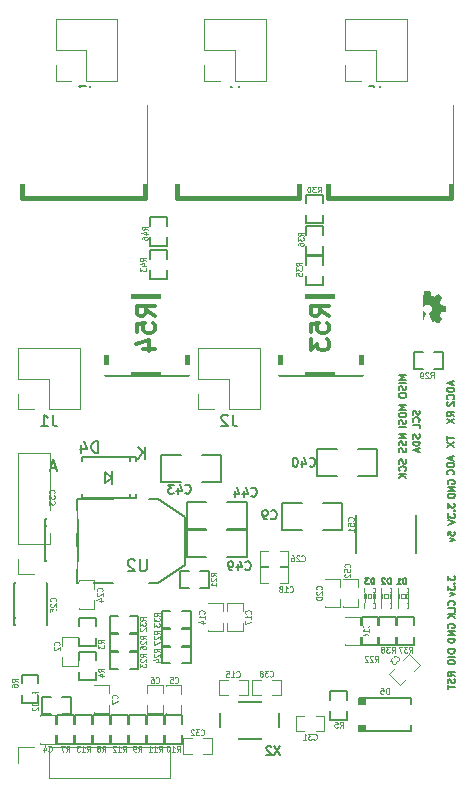
<source format=gbo>
G04 #@! TF.GenerationSoftware,KiCad,Pcbnew,(5.1.2)-1*
G04 #@! TF.CreationDate,2021-03-05T10:29:45+00:00*
G04 #@! TF.ProjectId,BLDC_4,424c4443-5f34-42e6-9b69-6361645f7063,A*
G04 #@! TF.SameCoordinates,Original*
G04 #@! TF.FileFunction,Legend,Bot*
G04 #@! TF.FilePolarity,Positive*
%FSLAX46Y46*%
G04 Gerber Fmt 4.6, Leading zero omitted, Abs format (unit mm)*
G04 Created by KiCad (PCBNEW (5.1.2)-1) date 2021-03-05 10:29:45*
%MOMM*%
%LPD*%
G04 APERTURE LIST*
%ADD10C,0.150000*%
%ADD11C,0.120000*%
%ADD12C,0.381000*%
%ADD13C,0.127000*%
%ADD14C,0.200660*%
%ADD15C,0.002540*%
%ADD16C,0.066040*%
%ADD17C,0.101600*%
%ADD18C,0.203200*%
%ADD19C,0.119380*%
%ADD20C,0.304800*%
%ADD21C,0.190500*%
%ADD22C,0.114300*%
%ADD23O,1.100000X2.200000*%
%ADD24O,1.100000X1.800000*%
%ADD25O,1.700000X1.700000*%
%ADD26R,1.700000X1.700000*%
%ADD27R,3.500120X1.800860*%
%ADD28C,1.300480*%
%ADD29R,2.540000X5.588000*%
%ADD30R,2.540000X0.889000*%
%ADD31R,2.540000X1.699260*%
%ADD32R,1.800860X1.198880*%
%ADD33O,1.524000X3.048000*%
%ADD34C,4.064000*%
%ADD35R,2.499360X1.950720*%
%ADD36R,5.499100X1.849120*%
%ADD37R,0.797560X0.797560*%
%ADD38R,10.800080X8.150860*%
%ADD39R,0.899160X3.200400*%
%ADD40R,1.524000X2.032000*%
%ADD41R,1.143000X0.635000*%
%ADD42R,0.635000X1.143000*%
%ADD43R,2.032000X3.657600*%
%ADD44R,2.032000X1.016000*%
%ADD45R,1.300000X1.300000*%
%ADD46C,1.300000*%
%ADD47C,0.635000*%
%ADD48C,0.254000*%
G04 APERTURE END LIST*
D10*
X112158428Y-109366142D02*
X111558428Y-109366142D01*
X112158428Y-109709000D01*
X111558428Y-109709000D01*
X112129857Y-109966142D02*
X112158428Y-110051857D01*
X112158428Y-110194714D01*
X112129857Y-110251857D01*
X112101285Y-110280428D01*
X112044142Y-110309000D01*
X111987000Y-110309000D01*
X111929857Y-110280428D01*
X111901285Y-110251857D01*
X111872714Y-110194714D01*
X111844142Y-110080428D01*
X111815571Y-110023285D01*
X111787000Y-109994714D01*
X111729857Y-109966142D01*
X111672714Y-109966142D01*
X111615571Y-109994714D01*
X111587000Y-110023285D01*
X111558428Y-110080428D01*
X111558428Y-110223285D01*
X111587000Y-110309000D01*
X112129857Y-110537571D02*
X112158428Y-110623285D01*
X112158428Y-110766142D01*
X112129857Y-110823285D01*
X112101285Y-110851857D01*
X112044142Y-110880428D01*
X111987000Y-110880428D01*
X111929857Y-110851857D01*
X111901285Y-110823285D01*
X111872714Y-110766142D01*
X111844142Y-110651857D01*
X111815571Y-110594714D01*
X111787000Y-110566142D01*
X111729857Y-110537571D01*
X111672714Y-110537571D01*
X111615571Y-110566142D01*
X111587000Y-110594714D01*
X111558428Y-110651857D01*
X111558428Y-110794714D01*
X111587000Y-110880428D01*
X112129857Y-111496571D02*
X112158428Y-111582285D01*
X112158428Y-111725142D01*
X112129857Y-111782285D01*
X112101285Y-111810857D01*
X112044142Y-111839428D01*
X111987000Y-111839428D01*
X111929857Y-111810857D01*
X111901285Y-111782285D01*
X111872714Y-111725142D01*
X111844142Y-111610857D01*
X111815571Y-111553714D01*
X111787000Y-111525142D01*
X111729857Y-111496571D01*
X111672714Y-111496571D01*
X111615571Y-111525142D01*
X111587000Y-111553714D01*
X111558428Y-111610857D01*
X111558428Y-111753714D01*
X111587000Y-111839428D01*
X112101285Y-112439428D02*
X112129857Y-112410857D01*
X112158428Y-112325142D01*
X112158428Y-112268000D01*
X112129857Y-112182285D01*
X112072714Y-112125142D01*
X112015571Y-112096571D01*
X111901285Y-112068000D01*
X111815571Y-112068000D01*
X111701285Y-112096571D01*
X111644142Y-112125142D01*
X111587000Y-112182285D01*
X111558428Y-112268000D01*
X111558428Y-112325142D01*
X111587000Y-112410857D01*
X111615571Y-112439428D01*
X112158428Y-112696571D02*
X111558428Y-112696571D01*
X112158428Y-113039428D02*
X111815571Y-112782285D01*
X111558428Y-113039428D02*
X111901285Y-112696571D01*
X112158428Y-106880142D02*
X111558428Y-106880142D01*
X111987000Y-107080142D01*
X111558428Y-107280142D01*
X112158428Y-107280142D01*
X111558428Y-107680142D02*
X111558428Y-107794428D01*
X111587000Y-107851571D01*
X111644142Y-107908714D01*
X111758428Y-107937285D01*
X111958428Y-107937285D01*
X112072714Y-107908714D01*
X112129857Y-107851571D01*
X112158428Y-107794428D01*
X112158428Y-107680142D01*
X112129857Y-107623000D01*
X112072714Y-107565857D01*
X111958428Y-107537285D01*
X111758428Y-107537285D01*
X111644142Y-107565857D01*
X111587000Y-107623000D01*
X111558428Y-107680142D01*
X112129857Y-108165857D02*
X112158428Y-108251571D01*
X112158428Y-108394428D01*
X112129857Y-108451571D01*
X112101285Y-108480142D01*
X112044142Y-108508714D01*
X111987000Y-108508714D01*
X111929857Y-108480142D01*
X111901285Y-108451571D01*
X111872714Y-108394428D01*
X111844142Y-108280142D01*
X111815571Y-108223000D01*
X111787000Y-108194428D01*
X111729857Y-108165857D01*
X111672714Y-108165857D01*
X111615571Y-108194428D01*
X111587000Y-108223000D01*
X111558428Y-108280142D01*
X111558428Y-108423000D01*
X111587000Y-108508714D01*
X112158428Y-108765857D02*
X111558428Y-108765857D01*
X112158428Y-104340142D02*
X111558428Y-104340142D01*
X111987000Y-104540142D01*
X111558428Y-104740142D01*
X112158428Y-104740142D01*
X112158428Y-105025857D02*
X111558428Y-105025857D01*
X112129857Y-105283000D02*
X112158428Y-105368714D01*
X112158428Y-105511571D01*
X112129857Y-105568714D01*
X112101285Y-105597285D01*
X112044142Y-105625857D01*
X111987000Y-105625857D01*
X111929857Y-105597285D01*
X111901285Y-105568714D01*
X111872714Y-105511571D01*
X111844142Y-105397285D01*
X111815571Y-105340142D01*
X111787000Y-105311571D01*
X111729857Y-105283000D01*
X111672714Y-105283000D01*
X111615571Y-105311571D01*
X111587000Y-105340142D01*
X111558428Y-105397285D01*
X111558428Y-105540142D01*
X111587000Y-105625857D01*
X111558428Y-105997285D02*
X111558428Y-106111571D01*
X111587000Y-106168714D01*
X111644142Y-106225857D01*
X111758428Y-106254428D01*
X111958428Y-106254428D01*
X112072714Y-106225857D01*
X112129857Y-106168714D01*
X112158428Y-106111571D01*
X112158428Y-105997285D01*
X112129857Y-105940142D01*
X112072714Y-105883000D01*
X111958428Y-105854428D01*
X111758428Y-105854428D01*
X111644142Y-105883000D01*
X111587000Y-105940142D01*
X111558428Y-105997285D01*
X116051000Y-104889428D02*
X116051000Y-105175142D01*
X116222428Y-104832285D02*
X115622428Y-105032285D01*
X116222428Y-105232285D01*
X116222428Y-105432285D02*
X115622428Y-105432285D01*
X115622428Y-105575142D01*
X115651000Y-105660857D01*
X115708142Y-105718000D01*
X115765285Y-105746571D01*
X115879571Y-105775142D01*
X115965285Y-105775142D01*
X116079571Y-105746571D01*
X116136714Y-105718000D01*
X116193857Y-105660857D01*
X116222428Y-105575142D01*
X116222428Y-105432285D01*
X116165285Y-106375142D02*
X116193857Y-106346571D01*
X116222428Y-106260857D01*
X116222428Y-106203714D01*
X116193857Y-106118000D01*
X116136714Y-106060857D01*
X116079571Y-106032285D01*
X115965285Y-106003714D01*
X115879571Y-106003714D01*
X115765285Y-106032285D01*
X115708142Y-106060857D01*
X115651000Y-106118000D01*
X115622428Y-106203714D01*
X115622428Y-106260857D01*
X115651000Y-106346571D01*
X115679571Y-106375142D01*
X115679571Y-106603714D02*
X115651000Y-106632285D01*
X115622428Y-106689428D01*
X115622428Y-106832285D01*
X115651000Y-106889428D01*
X115679571Y-106918000D01*
X115736714Y-106946571D01*
X115793857Y-106946571D01*
X115879571Y-106918000D01*
X116222428Y-106575142D01*
X116222428Y-106946571D01*
X113272857Y-109380428D02*
X113301428Y-109466142D01*
X113301428Y-109609000D01*
X113272857Y-109666142D01*
X113244285Y-109694714D01*
X113187142Y-109723285D01*
X113130000Y-109723285D01*
X113072857Y-109694714D01*
X113044285Y-109666142D01*
X113015714Y-109609000D01*
X112987142Y-109494714D01*
X112958571Y-109437571D01*
X112930000Y-109409000D01*
X112872857Y-109380428D01*
X112815714Y-109380428D01*
X112758571Y-109409000D01*
X112730000Y-109437571D01*
X112701428Y-109494714D01*
X112701428Y-109637571D01*
X112730000Y-109723285D01*
X113301428Y-109980428D02*
X112701428Y-109980428D01*
X112701428Y-110123285D01*
X112730000Y-110209000D01*
X112787142Y-110266142D01*
X112844285Y-110294714D01*
X112958571Y-110323285D01*
X113044285Y-110323285D01*
X113158571Y-110294714D01*
X113215714Y-110266142D01*
X113272857Y-110209000D01*
X113301428Y-110123285D01*
X113301428Y-109980428D01*
X113130000Y-110551857D02*
X113130000Y-110837571D01*
X113301428Y-110494714D02*
X112701428Y-110694714D01*
X113301428Y-110894714D01*
X115622428Y-109524857D02*
X115622428Y-109867714D01*
X116222428Y-109696285D02*
X115622428Y-109696285D01*
X115622428Y-110010571D02*
X116222428Y-110410571D01*
X115622428Y-110410571D02*
X116222428Y-110010571D01*
X113272857Y-107362714D02*
X113301428Y-107448428D01*
X113301428Y-107591285D01*
X113272857Y-107648428D01*
X113244285Y-107677000D01*
X113187142Y-107705571D01*
X113130000Y-107705571D01*
X113072857Y-107677000D01*
X113044285Y-107648428D01*
X113015714Y-107591285D01*
X112987142Y-107477000D01*
X112958571Y-107419857D01*
X112930000Y-107391285D01*
X112872857Y-107362714D01*
X112815714Y-107362714D01*
X112758571Y-107391285D01*
X112730000Y-107419857D01*
X112701428Y-107477000D01*
X112701428Y-107619857D01*
X112730000Y-107705571D01*
X113244285Y-108305571D02*
X113272857Y-108277000D01*
X113301428Y-108191285D01*
X113301428Y-108134142D01*
X113272857Y-108048428D01*
X113215714Y-107991285D01*
X113158571Y-107962714D01*
X113044285Y-107934142D01*
X112958571Y-107934142D01*
X112844285Y-107962714D01*
X112787142Y-107991285D01*
X112730000Y-108048428D01*
X112701428Y-108134142D01*
X112701428Y-108191285D01*
X112730000Y-108277000D01*
X112758571Y-108305571D01*
X113301428Y-108848428D02*
X113301428Y-108562714D01*
X112701428Y-108562714D01*
X116222428Y-107850000D02*
X115936714Y-107650000D01*
X116222428Y-107507142D02*
X115622428Y-107507142D01*
X115622428Y-107735714D01*
X115651000Y-107792857D01*
X115679571Y-107821428D01*
X115736714Y-107850000D01*
X115822428Y-107850000D01*
X115879571Y-107821428D01*
X115908142Y-107792857D01*
X115936714Y-107735714D01*
X115936714Y-107507142D01*
X115622428Y-108050000D02*
X116222428Y-108450000D01*
X115622428Y-108450000D02*
X116222428Y-108050000D01*
X116051000Y-111271142D02*
X116051000Y-111556857D01*
X116222428Y-111214000D02*
X115622428Y-111414000D01*
X116222428Y-111614000D01*
X116222428Y-111814000D02*
X115622428Y-111814000D01*
X115622428Y-111956857D01*
X115651000Y-112042571D01*
X115708142Y-112099714D01*
X115765285Y-112128285D01*
X115879571Y-112156857D01*
X115965285Y-112156857D01*
X116079571Y-112128285D01*
X116136714Y-112099714D01*
X116193857Y-112042571D01*
X116222428Y-111956857D01*
X116222428Y-111814000D01*
X116165285Y-112756857D02*
X116193857Y-112728285D01*
X116222428Y-112642571D01*
X116222428Y-112585428D01*
X116193857Y-112499714D01*
X116136714Y-112442571D01*
X116079571Y-112414000D01*
X115965285Y-112385428D01*
X115879571Y-112385428D01*
X115765285Y-112414000D01*
X115708142Y-112442571D01*
X115651000Y-112499714D01*
X115622428Y-112585428D01*
X115622428Y-112642571D01*
X115651000Y-112728285D01*
X115679571Y-112756857D01*
X115700000Y-113542857D02*
X115671428Y-113485714D01*
X115671428Y-113400000D01*
X115700000Y-113314285D01*
X115757142Y-113257142D01*
X115814285Y-113228571D01*
X115928571Y-113200000D01*
X116014285Y-113200000D01*
X116128571Y-113228571D01*
X116185714Y-113257142D01*
X116242857Y-113314285D01*
X116271428Y-113400000D01*
X116271428Y-113457142D01*
X116242857Y-113542857D01*
X116214285Y-113571428D01*
X116014285Y-113571428D01*
X116014285Y-113457142D01*
X116271428Y-113828571D02*
X115671428Y-113828571D01*
X116271428Y-114171428D01*
X115671428Y-114171428D01*
X116271428Y-114457142D02*
X115671428Y-114457142D01*
X115671428Y-114600000D01*
X115700000Y-114685714D01*
X115757142Y-114742857D01*
X115814285Y-114771428D01*
X115928571Y-114800000D01*
X116014285Y-114800000D01*
X116128571Y-114771428D01*
X116185714Y-114742857D01*
X116242857Y-114685714D01*
X116271428Y-114600000D01*
X116271428Y-114457142D01*
X115671428Y-115214285D02*
X115671428Y-115585714D01*
X115900000Y-115385714D01*
X115900000Y-115471428D01*
X115928571Y-115528571D01*
X115957142Y-115557142D01*
X116014285Y-115585714D01*
X116157142Y-115585714D01*
X116214285Y-115557142D01*
X116242857Y-115528571D01*
X116271428Y-115471428D01*
X116271428Y-115300000D01*
X116242857Y-115242857D01*
X116214285Y-115214285D01*
X116214285Y-115842857D02*
X116242857Y-115871428D01*
X116271428Y-115842857D01*
X116242857Y-115814285D01*
X116214285Y-115842857D01*
X116271428Y-115842857D01*
X115671428Y-116071428D02*
X115671428Y-116442857D01*
X115900000Y-116242857D01*
X115900000Y-116328571D01*
X115928571Y-116385714D01*
X115957142Y-116414285D01*
X116014285Y-116442857D01*
X116157142Y-116442857D01*
X116214285Y-116414285D01*
X116242857Y-116385714D01*
X116271428Y-116328571D01*
X116271428Y-116157142D01*
X116242857Y-116100000D01*
X116214285Y-116071428D01*
X115671428Y-116614285D02*
X116271428Y-116814285D01*
X115671428Y-117014285D01*
X115671428Y-117914285D02*
X115671428Y-117628571D01*
X115957142Y-117600000D01*
X115928571Y-117628571D01*
X115900000Y-117685714D01*
X115900000Y-117828571D01*
X115928571Y-117885714D01*
X115957142Y-117914285D01*
X116014285Y-117942857D01*
X116157142Y-117942857D01*
X116214285Y-117914285D01*
X116242857Y-117885714D01*
X116271428Y-117828571D01*
X116271428Y-117685714D01*
X116242857Y-117628571D01*
X116214285Y-117600000D01*
X115871428Y-118142857D02*
X116271428Y-118285714D01*
X115871428Y-118428571D01*
X116271428Y-129871428D02*
X115985714Y-129671428D01*
X116271428Y-129528571D02*
X115671428Y-129528571D01*
X115671428Y-129757142D01*
X115700000Y-129814285D01*
X115728571Y-129842857D01*
X115785714Y-129871428D01*
X115871428Y-129871428D01*
X115928571Y-129842857D01*
X115957142Y-129814285D01*
X115985714Y-129757142D01*
X115985714Y-129528571D01*
X116242857Y-130100000D02*
X116271428Y-130185714D01*
X116271428Y-130328571D01*
X116242857Y-130385714D01*
X116214285Y-130414285D01*
X116157142Y-130442857D01*
X116100000Y-130442857D01*
X116042857Y-130414285D01*
X116014285Y-130385714D01*
X115985714Y-130328571D01*
X115957142Y-130214285D01*
X115928571Y-130157142D01*
X115900000Y-130128571D01*
X115842857Y-130100000D01*
X115785714Y-130100000D01*
X115728571Y-130128571D01*
X115700000Y-130157142D01*
X115671428Y-130214285D01*
X115671428Y-130357142D01*
X115700000Y-130442857D01*
X115671428Y-130614285D02*
X115671428Y-130957142D01*
X116271428Y-130785714D02*
X115671428Y-130785714D01*
X116271428Y-127585714D02*
X115671428Y-127585714D01*
X115671428Y-127728571D01*
X115700000Y-127814285D01*
X115757142Y-127871428D01*
X115814285Y-127900000D01*
X115928571Y-127928571D01*
X116014285Y-127928571D01*
X116128571Y-127900000D01*
X116185714Y-127871428D01*
X116242857Y-127814285D01*
X116271428Y-127728571D01*
X116271428Y-127585714D01*
X116271428Y-128185714D02*
X115671428Y-128185714D01*
X115671428Y-128585714D02*
X115671428Y-128700000D01*
X115700000Y-128757142D01*
X115757142Y-128814285D01*
X115871428Y-128842857D01*
X116071428Y-128842857D01*
X116185714Y-128814285D01*
X116242857Y-128757142D01*
X116271428Y-128700000D01*
X116271428Y-128585714D01*
X116242857Y-128528571D01*
X116185714Y-128471428D01*
X116071428Y-128442857D01*
X115871428Y-128442857D01*
X115757142Y-128471428D01*
X115700000Y-128528571D01*
X115671428Y-128585714D01*
X115700000Y-125742857D02*
X115671428Y-125685714D01*
X115671428Y-125600000D01*
X115700000Y-125514285D01*
X115757142Y-125457142D01*
X115814285Y-125428571D01*
X115928571Y-125400000D01*
X116014285Y-125400000D01*
X116128571Y-125428571D01*
X116185714Y-125457142D01*
X116242857Y-125514285D01*
X116271428Y-125600000D01*
X116271428Y-125657142D01*
X116242857Y-125742857D01*
X116214285Y-125771428D01*
X116014285Y-125771428D01*
X116014285Y-125657142D01*
X116271428Y-126028571D02*
X115671428Y-126028571D01*
X116271428Y-126371428D01*
X115671428Y-126371428D01*
X116271428Y-126657142D02*
X115671428Y-126657142D01*
X115671428Y-126800000D01*
X115700000Y-126885714D01*
X115757142Y-126942857D01*
X115814285Y-126971428D01*
X115928571Y-127000000D01*
X116014285Y-127000000D01*
X116128571Y-126971428D01*
X116185714Y-126942857D01*
X116242857Y-126885714D01*
X116271428Y-126800000D01*
X116271428Y-126657142D01*
X116214285Y-123842857D02*
X116242857Y-123814285D01*
X116271428Y-123728571D01*
X116271428Y-123671428D01*
X116242857Y-123585714D01*
X116185714Y-123528571D01*
X116128571Y-123500000D01*
X116014285Y-123471428D01*
X115928571Y-123471428D01*
X115814285Y-123500000D01*
X115757142Y-123528571D01*
X115700000Y-123585714D01*
X115671428Y-123671428D01*
X115671428Y-123728571D01*
X115700000Y-123814285D01*
X115728571Y-123842857D01*
X116271428Y-124385714D02*
X116271428Y-124100000D01*
X115671428Y-124100000D01*
X116271428Y-124585714D02*
X115671428Y-124585714D01*
X116271428Y-124928571D02*
X115928571Y-124671428D01*
X115671428Y-124928571D02*
X116014285Y-124585714D01*
X115671428Y-121342857D02*
X115671428Y-121714285D01*
X115900000Y-121514285D01*
X115900000Y-121600000D01*
X115928571Y-121657142D01*
X115957142Y-121685714D01*
X116014285Y-121714285D01*
X116157142Y-121714285D01*
X116214285Y-121685714D01*
X116242857Y-121657142D01*
X116271428Y-121600000D01*
X116271428Y-121428571D01*
X116242857Y-121371428D01*
X116214285Y-121342857D01*
X116214285Y-121971428D02*
X116242857Y-122000000D01*
X116271428Y-121971428D01*
X116242857Y-121942857D01*
X116214285Y-121971428D01*
X116271428Y-121971428D01*
X115671428Y-122200000D02*
X115671428Y-122571428D01*
X115900000Y-122371428D01*
X115900000Y-122457142D01*
X115928571Y-122514285D01*
X115957142Y-122542857D01*
X116014285Y-122571428D01*
X116157142Y-122571428D01*
X116214285Y-122542857D01*
X116242857Y-122514285D01*
X116271428Y-122457142D01*
X116271428Y-122285714D01*
X116242857Y-122228571D01*
X116214285Y-122200000D01*
X115871428Y-122771428D02*
X116271428Y-122914285D01*
X115871428Y-123057142D01*
D11*
X79315000Y-135830000D02*
X79315000Y-137160000D01*
X80645000Y-135830000D02*
X79315000Y-135830000D01*
X81915000Y-135830000D02*
X81915000Y-138490000D01*
X81915000Y-138490000D02*
X92135000Y-138490000D01*
X81915000Y-135830000D02*
X92135000Y-135830000D01*
X92135000Y-135830000D02*
X92135000Y-138490000D01*
X79315000Y-110938000D02*
X81975000Y-110938000D01*
X79315000Y-118618000D02*
X79315000Y-110938000D01*
X81975000Y-118618000D02*
X81975000Y-110938000D01*
X79315000Y-118618000D02*
X81975000Y-118618000D01*
X79315000Y-119888000D02*
X79315000Y-121218000D01*
X79315000Y-121218000D02*
X80645000Y-121218000D01*
X79315000Y-102048000D02*
X84515000Y-102048000D01*
X79315000Y-104648000D02*
X79315000Y-102048000D01*
X84515000Y-107248000D02*
X84515000Y-102048000D01*
X79315000Y-104648000D02*
X81915000Y-104648000D01*
X81915000Y-104648000D02*
X81915000Y-107248000D01*
X81915000Y-107248000D02*
X84515000Y-107248000D01*
X79315000Y-105918000D02*
X79315000Y-107248000D01*
X79315000Y-107248000D02*
X80645000Y-107248000D01*
X94555000Y-102048000D02*
X99755000Y-102048000D01*
X94555000Y-104648000D02*
X94555000Y-102048000D01*
X99755000Y-107248000D02*
X99755000Y-102048000D01*
X94555000Y-104648000D02*
X97155000Y-104648000D01*
X97155000Y-104648000D02*
X97155000Y-107248000D01*
X97155000Y-107248000D02*
X99755000Y-107248000D01*
X94555000Y-105918000D02*
X94555000Y-107248000D01*
X94555000Y-107248000D02*
X95885000Y-107248000D01*
X107001000Y-74235000D02*
X112201000Y-74235000D01*
X107001000Y-76835000D02*
X107001000Y-74235000D01*
X112201000Y-79435000D02*
X112201000Y-74235000D01*
X107001000Y-76835000D02*
X109601000Y-76835000D01*
X109601000Y-76835000D02*
X109601000Y-79435000D01*
X109601000Y-79435000D02*
X112201000Y-79435000D01*
X107001000Y-78105000D02*
X107001000Y-79435000D01*
X107001000Y-79435000D02*
X108331000Y-79435000D01*
X82490000Y-74235000D02*
X87690000Y-74235000D01*
X82490000Y-76835000D02*
X82490000Y-74235000D01*
X87690000Y-79435000D02*
X87690000Y-74235000D01*
X82490000Y-76835000D02*
X85090000Y-76835000D01*
X85090000Y-76835000D02*
X85090000Y-79435000D01*
X85090000Y-79435000D02*
X87690000Y-79435000D01*
X82490000Y-78105000D02*
X82490000Y-79435000D01*
X82490000Y-79435000D02*
X83820000Y-79435000D01*
X95063000Y-79435000D02*
X96393000Y-79435000D01*
X95063000Y-78105000D02*
X95063000Y-79435000D01*
X97663000Y-79435000D02*
X100263000Y-79435000D01*
X97663000Y-76835000D02*
X97663000Y-79435000D01*
X95063000Y-76835000D02*
X97663000Y-76835000D01*
X100263000Y-79435000D02*
X100263000Y-74235000D01*
X95063000Y-76835000D02*
X95063000Y-74235000D01*
X95063000Y-74235000D02*
X100263000Y-74235000D01*
D10*
X87245000Y-113030000D02*
X86695000Y-112580000D01*
X86695000Y-112580000D02*
X86695000Y-113480000D01*
X86695000Y-113480000D02*
X87245000Y-113030000D01*
X87245000Y-112480000D02*
X87245000Y-113580000D01*
X88794140Y-114780060D02*
X88794140Y-114429540D01*
X88794140Y-111279940D02*
X88794140Y-111630460D01*
X84744560Y-114780060D02*
X84744560Y-114429540D01*
X89245440Y-114780060D02*
X89245440Y-114429540D01*
X89245440Y-111279940D02*
X89245440Y-111630460D01*
X84744560Y-111279940D02*
X84744560Y-111630460D01*
X89245440Y-114780060D02*
X84744560Y-114780060D01*
X89245440Y-111279940D02*
X84744560Y-111279940D01*
D12*
X101473000Y-104267000D02*
X101473000Y-97663000D01*
X101473000Y-97663000D02*
X108331000Y-97663000D01*
X108331000Y-97663000D02*
X108331000Y-104267000D01*
X108331000Y-104267000D02*
X101473000Y-104267000D01*
X86741000Y-104267000D02*
X86741000Y-97663000D01*
X86741000Y-97663000D02*
X93599000Y-97663000D01*
X93599000Y-97663000D02*
X93599000Y-104267000D01*
X93599000Y-104267000D02*
X86741000Y-104267000D01*
D13*
X108262420Y-134495540D02*
X108262420Y-131696460D01*
X108364020Y-131696460D02*
X108364020Y-134495540D01*
X108463080Y-134495540D02*
X108463080Y-131696460D01*
X108562140Y-131696460D02*
X108562140Y-134495540D01*
X108663740Y-131696460D02*
X108663740Y-134495540D01*
X108163360Y-131696460D02*
X112562640Y-131696460D01*
X112562640Y-131696460D02*
X112562640Y-134495540D01*
X112562640Y-134495540D02*
X108163360Y-134495540D01*
X108163360Y-134495540D02*
X108163360Y-131696460D01*
D14*
X96433640Y-135204200D02*
X101432360Y-135204200D01*
X101432360Y-135204200D02*
X101432360Y-132003800D01*
X101432360Y-132003800D02*
X96433640Y-132003800D01*
X96433640Y-132003800D02*
X96433640Y-135204200D01*
D15*
G36*
X114828320Y-99898200D02*
G01*
X114810540Y-99890580D01*
X114777520Y-99867720D01*
X114726720Y-99834700D01*
X114668300Y-99796600D01*
X114607340Y-99755960D01*
X114559080Y-99722940D01*
X114523520Y-99700080D01*
X114510820Y-99692460D01*
X114503200Y-99695000D01*
X114475260Y-99710240D01*
X114434620Y-99730560D01*
X114409220Y-99743260D01*
X114371120Y-99758500D01*
X114353340Y-99763580D01*
X114350800Y-99758500D01*
X114335560Y-99728020D01*
X114315240Y-99679760D01*
X114287300Y-99613720D01*
X114254280Y-99537520D01*
X114218720Y-99456240D01*
X114185700Y-99372420D01*
X114152680Y-99293680D01*
X114122200Y-99220020D01*
X114099340Y-99161600D01*
X114084100Y-99120960D01*
X114076480Y-99103180D01*
X114079020Y-99100640D01*
X114096800Y-99082860D01*
X114129820Y-99057460D01*
X114200940Y-98999040D01*
X114272060Y-98912680D01*
X114315240Y-98813620D01*
X114327940Y-98701860D01*
X114317780Y-98600260D01*
X114277140Y-98503740D01*
X114208560Y-98414840D01*
X114124740Y-98348800D01*
X114028220Y-98308160D01*
X113919000Y-98295460D01*
X113814860Y-98305620D01*
X113715800Y-98346260D01*
X113626900Y-98412300D01*
X113588800Y-98455480D01*
X113538000Y-98546920D01*
X113507520Y-98640900D01*
X113504980Y-98663760D01*
X113510060Y-98770440D01*
X113540540Y-98872040D01*
X113596420Y-98960940D01*
X113672620Y-99034600D01*
X113682780Y-99042220D01*
X113718340Y-99070160D01*
X113743740Y-99087940D01*
X113761520Y-99103180D01*
X113626900Y-99425760D01*
X113606580Y-99476560D01*
X113568480Y-99565460D01*
X113538000Y-99641660D01*
X113510060Y-99702620D01*
X113492280Y-99743260D01*
X113484660Y-99758500D01*
X113471960Y-99761040D01*
X113449100Y-99753420D01*
X113403380Y-99730560D01*
X113372900Y-99715320D01*
X113339880Y-99700080D01*
X113324640Y-99692460D01*
X113309400Y-99700080D01*
X113276380Y-99720400D01*
X113230660Y-99753420D01*
X113172240Y-99791520D01*
X113116360Y-99829620D01*
X113065560Y-99862640D01*
X113030000Y-99888040D01*
X113012220Y-99895660D01*
X113009680Y-99895660D01*
X112991900Y-99888040D01*
X112963960Y-99862640D01*
X112920780Y-99822000D01*
X112857280Y-99761040D01*
X112847120Y-99750880D01*
X112796320Y-99700080D01*
X112755680Y-99654360D01*
X112727740Y-99623880D01*
X112717580Y-99611180D01*
X112727740Y-99593400D01*
X112750600Y-99555300D01*
X112783620Y-99504500D01*
X112824260Y-99443540D01*
X112930940Y-99288600D01*
X112872520Y-99143820D01*
X112854740Y-99098100D01*
X112831880Y-99042220D01*
X112814100Y-99004120D01*
X112806480Y-98986340D01*
X112788700Y-98981260D01*
X112750600Y-98971100D01*
X112692180Y-98960940D01*
X112621060Y-98948240D01*
X112555020Y-98935540D01*
X112496600Y-98922840D01*
X112453420Y-98915220D01*
X112433100Y-98912680D01*
X112428020Y-98907600D01*
X112425480Y-98899980D01*
X112422940Y-98879660D01*
X112420400Y-98841560D01*
X112420400Y-98785680D01*
X112420400Y-98701860D01*
X112420400Y-98694240D01*
X112420400Y-98615500D01*
X112422940Y-98552000D01*
X112425480Y-98513900D01*
X112428020Y-98496120D01*
X112445800Y-98491040D01*
X112488980Y-98483420D01*
X112547400Y-98470720D01*
X112618520Y-98458020D01*
X112623600Y-98458020D01*
X112694720Y-98442780D01*
X112753140Y-98430080D01*
X112796320Y-98422460D01*
X112814100Y-98414840D01*
X112816640Y-98409760D01*
X112831880Y-98381820D01*
X112852200Y-98338640D01*
X112875060Y-98285300D01*
X112897920Y-98229420D01*
X112918240Y-98178620D01*
X112930940Y-98143060D01*
X112936020Y-98125280D01*
X112925860Y-98107500D01*
X112900460Y-98071940D01*
X112864900Y-98021140D01*
X112824260Y-97960180D01*
X112821720Y-97955100D01*
X112781080Y-97894140D01*
X112748060Y-97843340D01*
X112725200Y-97807780D01*
X112717580Y-97792540D01*
X112717580Y-97790000D01*
X112730280Y-97772220D01*
X112760760Y-97739200D01*
X112806480Y-97693480D01*
X112857280Y-97640140D01*
X112875060Y-97624900D01*
X112933480Y-97566480D01*
X112974120Y-97530920D01*
X112999520Y-97510600D01*
X113009680Y-97505520D01*
X113012220Y-97505520D01*
X113030000Y-97515680D01*
X113068100Y-97541080D01*
X113118900Y-97576640D01*
X113179860Y-97617280D01*
X113182400Y-97619820D01*
X113243360Y-97660460D01*
X113294160Y-97696020D01*
X113329720Y-97718880D01*
X113344960Y-97726500D01*
X113347500Y-97726500D01*
X113370360Y-97721420D01*
X113413540Y-97706180D01*
X113466880Y-97685860D01*
X113522760Y-97663000D01*
X113573560Y-97642680D01*
X113609120Y-97624900D01*
X113626900Y-97614740D01*
X113629440Y-97614740D01*
X113634520Y-97591880D01*
X113644680Y-97546160D01*
X113657380Y-97485200D01*
X113672620Y-97411540D01*
X113675160Y-97401380D01*
X113687860Y-97327720D01*
X113698020Y-97269300D01*
X113708180Y-97228660D01*
X113710720Y-97210880D01*
X113720880Y-97210880D01*
X113756440Y-97208340D01*
X113809780Y-97205800D01*
X113875820Y-97205800D01*
X113941860Y-97205800D01*
X114007900Y-97205800D01*
X114063780Y-97208340D01*
X114104420Y-97210880D01*
X114122200Y-97215960D01*
X114127280Y-97238820D01*
X114137440Y-97282000D01*
X114150140Y-97345500D01*
X114165380Y-97419160D01*
X114167920Y-97431860D01*
X114180620Y-97502980D01*
X114193320Y-97561400D01*
X114200940Y-97602040D01*
X114206020Y-97617280D01*
X114211100Y-97619820D01*
X114241580Y-97635060D01*
X114289840Y-97652840D01*
X114348260Y-97678240D01*
X114485420Y-97734120D01*
X114653060Y-97617280D01*
X114668300Y-97607120D01*
X114729260Y-97566480D01*
X114780060Y-97533460D01*
X114815620Y-97510600D01*
X114828320Y-97502980D01*
X114830860Y-97502980D01*
X114846100Y-97518220D01*
X114879120Y-97548700D01*
X114924840Y-97594420D01*
X114978180Y-97645220D01*
X115018820Y-97685860D01*
X115064540Y-97731580D01*
X115092480Y-97764600D01*
X115110260Y-97784920D01*
X115115340Y-97797620D01*
X115112800Y-97805240D01*
X115102640Y-97823020D01*
X115077240Y-97858580D01*
X115044220Y-97911920D01*
X115003580Y-97970340D01*
X114968020Y-98021140D01*
X114932460Y-98077020D01*
X114909600Y-98117660D01*
X114899440Y-98135440D01*
X114901980Y-98145600D01*
X114914680Y-98178620D01*
X114935000Y-98226880D01*
X114960400Y-98287840D01*
X115018820Y-98419920D01*
X115105180Y-98437700D01*
X115158520Y-98447860D01*
X115232180Y-98460560D01*
X115303300Y-98475800D01*
X115415060Y-98496120D01*
X115417600Y-98899980D01*
X115399820Y-98907600D01*
X115384580Y-98912680D01*
X115343940Y-98922840D01*
X115285520Y-98933000D01*
X115216940Y-98945700D01*
X115155980Y-98958400D01*
X115097560Y-98968560D01*
X115054380Y-98976180D01*
X115036600Y-98981260D01*
X115031520Y-98986340D01*
X115016280Y-99016820D01*
X114995960Y-99062540D01*
X114973100Y-99115880D01*
X114947700Y-99174300D01*
X114927380Y-99225100D01*
X114912140Y-99265740D01*
X114907060Y-99286060D01*
X114914680Y-99301300D01*
X114937540Y-99336860D01*
X114970560Y-99387660D01*
X115011200Y-99446080D01*
X115051840Y-99504500D01*
X115084860Y-99555300D01*
X115110260Y-99590860D01*
X115117880Y-99608640D01*
X115112800Y-99618800D01*
X115089940Y-99646740D01*
X115046760Y-99692460D01*
X114980720Y-99758500D01*
X114968020Y-99768660D01*
X114917220Y-99819460D01*
X114871500Y-99860100D01*
X114841020Y-99888040D01*
X114828320Y-99898200D01*
X114828320Y-99898200D01*
G37*
X114828320Y-99898200D02*
X114810540Y-99890580D01*
X114777520Y-99867720D01*
X114726720Y-99834700D01*
X114668300Y-99796600D01*
X114607340Y-99755960D01*
X114559080Y-99722940D01*
X114523520Y-99700080D01*
X114510820Y-99692460D01*
X114503200Y-99695000D01*
X114475260Y-99710240D01*
X114434620Y-99730560D01*
X114409220Y-99743260D01*
X114371120Y-99758500D01*
X114353340Y-99763580D01*
X114350800Y-99758500D01*
X114335560Y-99728020D01*
X114315240Y-99679760D01*
X114287300Y-99613720D01*
X114254280Y-99537520D01*
X114218720Y-99456240D01*
X114185700Y-99372420D01*
X114152680Y-99293680D01*
X114122200Y-99220020D01*
X114099340Y-99161600D01*
X114084100Y-99120960D01*
X114076480Y-99103180D01*
X114079020Y-99100640D01*
X114096800Y-99082860D01*
X114129820Y-99057460D01*
X114200940Y-98999040D01*
X114272060Y-98912680D01*
X114315240Y-98813620D01*
X114327940Y-98701860D01*
X114317780Y-98600260D01*
X114277140Y-98503740D01*
X114208560Y-98414840D01*
X114124740Y-98348800D01*
X114028220Y-98308160D01*
X113919000Y-98295460D01*
X113814860Y-98305620D01*
X113715800Y-98346260D01*
X113626900Y-98412300D01*
X113588800Y-98455480D01*
X113538000Y-98546920D01*
X113507520Y-98640900D01*
X113504980Y-98663760D01*
X113510060Y-98770440D01*
X113540540Y-98872040D01*
X113596420Y-98960940D01*
X113672620Y-99034600D01*
X113682780Y-99042220D01*
X113718340Y-99070160D01*
X113743740Y-99087940D01*
X113761520Y-99103180D01*
X113626900Y-99425760D01*
X113606580Y-99476560D01*
X113568480Y-99565460D01*
X113538000Y-99641660D01*
X113510060Y-99702620D01*
X113492280Y-99743260D01*
X113484660Y-99758500D01*
X113471960Y-99761040D01*
X113449100Y-99753420D01*
X113403380Y-99730560D01*
X113372900Y-99715320D01*
X113339880Y-99700080D01*
X113324640Y-99692460D01*
X113309400Y-99700080D01*
X113276380Y-99720400D01*
X113230660Y-99753420D01*
X113172240Y-99791520D01*
X113116360Y-99829620D01*
X113065560Y-99862640D01*
X113030000Y-99888040D01*
X113012220Y-99895660D01*
X113009680Y-99895660D01*
X112991900Y-99888040D01*
X112963960Y-99862640D01*
X112920780Y-99822000D01*
X112857280Y-99761040D01*
X112847120Y-99750880D01*
X112796320Y-99700080D01*
X112755680Y-99654360D01*
X112727740Y-99623880D01*
X112717580Y-99611180D01*
X112727740Y-99593400D01*
X112750600Y-99555300D01*
X112783620Y-99504500D01*
X112824260Y-99443540D01*
X112930940Y-99288600D01*
X112872520Y-99143820D01*
X112854740Y-99098100D01*
X112831880Y-99042220D01*
X112814100Y-99004120D01*
X112806480Y-98986340D01*
X112788700Y-98981260D01*
X112750600Y-98971100D01*
X112692180Y-98960940D01*
X112621060Y-98948240D01*
X112555020Y-98935540D01*
X112496600Y-98922840D01*
X112453420Y-98915220D01*
X112433100Y-98912680D01*
X112428020Y-98907600D01*
X112425480Y-98899980D01*
X112422940Y-98879660D01*
X112420400Y-98841560D01*
X112420400Y-98785680D01*
X112420400Y-98701860D01*
X112420400Y-98694240D01*
X112420400Y-98615500D01*
X112422940Y-98552000D01*
X112425480Y-98513900D01*
X112428020Y-98496120D01*
X112445800Y-98491040D01*
X112488980Y-98483420D01*
X112547400Y-98470720D01*
X112618520Y-98458020D01*
X112623600Y-98458020D01*
X112694720Y-98442780D01*
X112753140Y-98430080D01*
X112796320Y-98422460D01*
X112814100Y-98414840D01*
X112816640Y-98409760D01*
X112831880Y-98381820D01*
X112852200Y-98338640D01*
X112875060Y-98285300D01*
X112897920Y-98229420D01*
X112918240Y-98178620D01*
X112930940Y-98143060D01*
X112936020Y-98125280D01*
X112925860Y-98107500D01*
X112900460Y-98071940D01*
X112864900Y-98021140D01*
X112824260Y-97960180D01*
X112821720Y-97955100D01*
X112781080Y-97894140D01*
X112748060Y-97843340D01*
X112725200Y-97807780D01*
X112717580Y-97792540D01*
X112717580Y-97790000D01*
X112730280Y-97772220D01*
X112760760Y-97739200D01*
X112806480Y-97693480D01*
X112857280Y-97640140D01*
X112875060Y-97624900D01*
X112933480Y-97566480D01*
X112974120Y-97530920D01*
X112999520Y-97510600D01*
X113009680Y-97505520D01*
X113012220Y-97505520D01*
X113030000Y-97515680D01*
X113068100Y-97541080D01*
X113118900Y-97576640D01*
X113179860Y-97617280D01*
X113182400Y-97619820D01*
X113243360Y-97660460D01*
X113294160Y-97696020D01*
X113329720Y-97718880D01*
X113344960Y-97726500D01*
X113347500Y-97726500D01*
X113370360Y-97721420D01*
X113413540Y-97706180D01*
X113466880Y-97685860D01*
X113522760Y-97663000D01*
X113573560Y-97642680D01*
X113609120Y-97624900D01*
X113626900Y-97614740D01*
X113629440Y-97614740D01*
X113634520Y-97591880D01*
X113644680Y-97546160D01*
X113657380Y-97485200D01*
X113672620Y-97411540D01*
X113675160Y-97401380D01*
X113687860Y-97327720D01*
X113698020Y-97269300D01*
X113708180Y-97228660D01*
X113710720Y-97210880D01*
X113720880Y-97210880D01*
X113756440Y-97208340D01*
X113809780Y-97205800D01*
X113875820Y-97205800D01*
X113941860Y-97205800D01*
X114007900Y-97205800D01*
X114063780Y-97208340D01*
X114104420Y-97210880D01*
X114122200Y-97215960D01*
X114127280Y-97238820D01*
X114137440Y-97282000D01*
X114150140Y-97345500D01*
X114165380Y-97419160D01*
X114167920Y-97431860D01*
X114180620Y-97502980D01*
X114193320Y-97561400D01*
X114200940Y-97602040D01*
X114206020Y-97617280D01*
X114211100Y-97619820D01*
X114241580Y-97635060D01*
X114289840Y-97652840D01*
X114348260Y-97678240D01*
X114485420Y-97734120D01*
X114653060Y-97617280D01*
X114668300Y-97607120D01*
X114729260Y-97566480D01*
X114780060Y-97533460D01*
X114815620Y-97510600D01*
X114828320Y-97502980D01*
X114830860Y-97502980D01*
X114846100Y-97518220D01*
X114879120Y-97548700D01*
X114924840Y-97594420D01*
X114978180Y-97645220D01*
X115018820Y-97685860D01*
X115064540Y-97731580D01*
X115092480Y-97764600D01*
X115110260Y-97784920D01*
X115115340Y-97797620D01*
X115112800Y-97805240D01*
X115102640Y-97823020D01*
X115077240Y-97858580D01*
X115044220Y-97911920D01*
X115003580Y-97970340D01*
X114968020Y-98021140D01*
X114932460Y-98077020D01*
X114909600Y-98117660D01*
X114899440Y-98135440D01*
X114901980Y-98145600D01*
X114914680Y-98178620D01*
X114935000Y-98226880D01*
X114960400Y-98287840D01*
X115018820Y-98419920D01*
X115105180Y-98437700D01*
X115158520Y-98447860D01*
X115232180Y-98460560D01*
X115303300Y-98475800D01*
X115415060Y-98496120D01*
X115417600Y-98899980D01*
X115399820Y-98907600D01*
X115384580Y-98912680D01*
X115343940Y-98922840D01*
X115285520Y-98933000D01*
X115216940Y-98945700D01*
X115155980Y-98958400D01*
X115097560Y-98968560D01*
X115054380Y-98976180D01*
X115036600Y-98981260D01*
X115031520Y-98986340D01*
X115016280Y-99016820D01*
X114995960Y-99062540D01*
X114973100Y-99115880D01*
X114947700Y-99174300D01*
X114927380Y-99225100D01*
X114912140Y-99265740D01*
X114907060Y-99286060D01*
X114914680Y-99301300D01*
X114937540Y-99336860D01*
X114970560Y-99387660D01*
X115011200Y-99446080D01*
X115051840Y-99504500D01*
X115084860Y-99555300D01*
X115110260Y-99590860D01*
X115117880Y-99608640D01*
X115112800Y-99618800D01*
X115089940Y-99646740D01*
X115046760Y-99692460D01*
X114980720Y-99758500D01*
X114968020Y-99768660D01*
X114917220Y-99819460D01*
X114871500Y-99860100D01*
X114841020Y-99888040D01*
X114828320Y-99898200D01*
D13*
X78994000Y-124904500D02*
X81788000Y-124904500D01*
X78994000Y-125476000D02*
X78994000Y-121920000D01*
X78994000Y-121920000D02*
X81788000Y-121920000D01*
X81788000Y-121920000D02*
X81788000Y-125476000D01*
X81788000Y-125476000D02*
X78994000Y-125476000D01*
X84397000Y-117093500D02*
X81603000Y-117093500D01*
X84397000Y-116522000D02*
X84397000Y-120078000D01*
X84397000Y-120078000D02*
X81603000Y-120078000D01*
X81603000Y-120078000D02*
X81603000Y-116522000D01*
X81603000Y-116522000D02*
X84397000Y-116522000D01*
X107950000Y-120015000D02*
X113030000Y-120015000D01*
X107950000Y-115697000D02*
X113030000Y-115697000D01*
X107950000Y-115062000D02*
X107950000Y-120650000D01*
X107950000Y-120650000D02*
X113030000Y-120650000D01*
X113030000Y-120650000D02*
X113030000Y-115062000D01*
X113030000Y-115062000D02*
X107950000Y-115062000D01*
D16*
X112336580Y-122740420D02*
X111437420Y-122740420D01*
X111437420Y-122740420D02*
X111437420Y-122341640D01*
X112336580Y-122341640D02*
X111437420Y-122341640D01*
X112336580Y-122740420D02*
X112336580Y-122341640D01*
X112336580Y-124038360D02*
X111437420Y-124038360D01*
X111437420Y-124038360D02*
X111437420Y-123639580D01*
X112336580Y-123639580D02*
X111437420Y-123639580D01*
X112336580Y-124038360D02*
X112336580Y-123639580D01*
X112336580Y-123190000D02*
X112186720Y-123190000D01*
X112186720Y-123190000D02*
X112186720Y-122890280D01*
X112336580Y-122890280D02*
X112186720Y-122890280D01*
X112336580Y-123190000D02*
X112336580Y-122890280D01*
X111587280Y-123190000D02*
X111437420Y-123190000D01*
X111437420Y-123190000D02*
X111437420Y-122890280D01*
X111587280Y-122890280D02*
X111437420Y-122890280D01*
X111587280Y-123190000D02*
X111587280Y-122890280D01*
X112036860Y-123190000D02*
X111737140Y-123190000D01*
X111737140Y-123190000D02*
X111737140Y-122890280D01*
X112036860Y-122890280D02*
X111737140Y-122890280D01*
X112036860Y-123190000D02*
X112036860Y-122890280D01*
D17*
X112285780Y-122740420D02*
X112285780Y-123639580D01*
X111488220Y-122740420D02*
X111488220Y-123639580D01*
D16*
X110899580Y-122750420D02*
X110000420Y-122750420D01*
X110000420Y-122750420D02*
X110000420Y-122351640D01*
X110899580Y-122351640D02*
X110000420Y-122351640D01*
X110899580Y-122750420D02*
X110899580Y-122351640D01*
X110899580Y-124048360D02*
X110000420Y-124048360D01*
X110000420Y-124048360D02*
X110000420Y-123649580D01*
X110899580Y-123649580D02*
X110000420Y-123649580D01*
X110899580Y-124048360D02*
X110899580Y-123649580D01*
X110899580Y-123200000D02*
X110749720Y-123200000D01*
X110749720Y-123200000D02*
X110749720Y-122900280D01*
X110899580Y-122900280D02*
X110749720Y-122900280D01*
X110899580Y-123200000D02*
X110899580Y-122900280D01*
X110150280Y-123200000D02*
X110000420Y-123200000D01*
X110000420Y-123200000D02*
X110000420Y-122900280D01*
X110150280Y-122900280D02*
X110000420Y-122900280D01*
X110150280Y-123200000D02*
X110150280Y-122900280D01*
X110599860Y-123200000D02*
X110300140Y-123200000D01*
X110300140Y-123200000D02*
X110300140Y-122900280D01*
X110599860Y-122900280D02*
X110300140Y-122900280D01*
X110599860Y-123200000D02*
X110599860Y-122900280D01*
D17*
X110848780Y-122750420D02*
X110848780Y-123649580D01*
X110051220Y-122750420D02*
X110051220Y-123649580D01*
D16*
X109499580Y-122750420D02*
X108600420Y-122750420D01*
X108600420Y-122750420D02*
X108600420Y-122351640D01*
X109499580Y-122351640D02*
X108600420Y-122351640D01*
X109499580Y-122750420D02*
X109499580Y-122351640D01*
X109499580Y-124048360D02*
X108600420Y-124048360D01*
X108600420Y-124048360D02*
X108600420Y-123649580D01*
X109499580Y-123649580D02*
X108600420Y-123649580D01*
X109499580Y-124048360D02*
X109499580Y-123649580D01*
X109499580Y-123200000D02*
X109349720Y-123200000D01*
X109349720Y-123200000D02*
X109349720Y-122900280D01*
X109499580Y-122900280D02*
X109349720Y-122900280D01*
X109499580Y-123200000D02*
X109499580Y-122900280D01*
X108750280Y-123200000D02*
X108600420Y-123200000D01*
X108600420Y-123200000D02*
X108600420Y-122900280D01*
X108750280Y-122900280D02*
X108600420Y-122900280D01*
X108750280Y-123200000D02*
X108750280Y-122900280D01*
X109199860Y-123200000D02*
X108900140Y-123200000D01*
X108900140Y-123200000D02*
X108900140Y-122900280D01*
X109199860Y-122900280D02*
X108900140Y-122900280D01*
X109199860Y-123200000D02*
X109199860Y-122900280D01*
D17*
X109448780Y-122750420D02*
X109448780Y-123649580D01*
X108651220Y-122750420D02*
X108651220Y-123649580D01*
D12*
X105544620Y-89341960D02*
X115943380Y-89341960D01*
X115943380Y-89341960D02*
X115943380Y-81544160D01*
X115943380Y-81544160D02*
X113543080Y-80243680D01*
X113543080Y-80243680D02*
X107944920Y-80243680D01*
X107944920Y-80243680D02*
X105544620Y-81544160D01*
X105544620Y-81544160D02*
X105544620Y-89341960D01*
X92717620Y-89341960D02*
X103116380Y-89341960D01*
X103116380Y-89341960D02*
X103116380Y-81544160D01*
X103116380Y-81544160D02*
X100716080Y-80243680D01*
X100716080Y-80243680D02*
X95117920Y-80243680D01*
X95117920Y-80243680D02*
X92717620Y-81544160D01*
X92717620Y-81544160D02*
X92717620Y-89341960D01*
X79636620Y-89341960D02*
X90035380Y-89341960D01*
X90035380Y-89341960D02*
X90035380Y-81544160D01*
X90035380Y-81544160D02*
X87635080Y-80243680D01*
X87635080Y-80243680D02*
X82036920Y-80243680D01*
X82036920Y-80243680D02*
X79636620Y-81544160D01*
X79636620Y-81544160D02*
X79636620Y-89341960D01*
D13*
X101660000Y-117443000D02*
X101660000Y-115157000D01*
X101660000Y-115157000D02*
X103311000Y-115157000D01*
X105089000Y-117443000D02*
X106740000Y-117443000D01*
X106740000Y-117443000D02*
X106740000Y-115157000D01*
X106740000Y-115157000D02*
X105089000Y-115157000D01*
X103311000Y-117443000D02*
X101660000Y-117443000D01*
X104648000Y-112903000D02*
X104648000Y-110617000D01*
X104648000Y-110617000D02*
X106299000Y-110617000D01*
X108077000Y-112903000D02*
X109728000Y-112903000D01*
X109728000Y-112903000D02*
X109728000Y-110617000D01*
X109728000Y-110617000D02*
X108077000Y-110617000D01*
X106299000Y-112903000D02*
X104648000Y-112903000D01*
X91440000Y-113411000D02*
X91440000Y-111125000D01*
X91440000Y-111125000D02*
X93091000Y-111125000D01*
X94869000Y-113411000D02*
X96520000Y-113411000D01*
X96520000Y-113411000D02*
X96520000Y-111125000D01*
X96520000Y-111125000D02*
X94869000Y-111125000D01*
X93091000Y-113411000D02*
X91440000Y-113411000D01*
X93599000Y-117348000D02*
X93599000Y-115062000D01*
X93599000Y-115062000D02*
X95250000Y-115062000D01*
X97028000Y-117348000D02*
X98679000Y-117348000D01*
X98679000Y-117348000D02*
X98679000Y-115062000D01*
X98679000Y-115062000D02*
X97028000Y-115062000D01*
X95250000Y-117348000D02*
X93599000Y-117348000D01*
X93599000Y-119761000D02*
X93599000Y-117475000D01*
X93599000Y-117475000D02*
X95250000Y-117475000D01*
X97028000Y-119761000D02*
X98679000Y-119761000D01*
X98679000Y-119761000D02*
X98679000Y-117475000D01*
X98679000Y-117475000D02*
X97028000Y-117475000D01*
X95250000Y-119761000D02*
X93599000Y-119761000D01*
X84501500Y-125599620D02*
X84501500Y-124893500D01*
X84501500Y-124893500D02*
X85898500Y-124893500D01*
X85898500Y-124893500D02*
X85898500Y-125599620D01*
X84501500Y-127306500D02*
X84501500Y-126600380D01*
X84501500Y-127306500D02*
X85898500Y-127306500D01*
X85898500Y-127306500D02*
X85898500Y-126600380D01*
X85898500Y-129500380D02*
X85898500Y-130206500D01*
X85898500Y-130206500D02*
X84501500Y-130206500D01*
X84501500Y-130206500D02*
X84501500Y-129500380D01*
X85898500Y-127793500D02*
X85898500Y-128499620D01*
X85898500Y-127793500D02*
X84501500Y-127793500D01*
X84501500Y-127793500D02*
X84501500Y-128499620D01*
X105727500Y-131833620D02*
X105727500Y-131127500D01*
X105727500Y-131127500D02*
X107124500Y-131127500D01*
X107124500Y-131127500D02*
X107124500Y-131833620D01*
X105727500Y-133540500D02*
X105727500Y-132834380D01*
X105727500Y-133540500D02*
X107124500Y-133540500D01*
X107124500Y-133540500D02*
X107124500Y-132834380D01*
X79629000Y-130436620D02*
X79629000Y-129730500D01*
X79629000Y-129730500D02*
X81026000Y-129730500D01*
X81026000Y-129730500D02*
X81026000Y-130436620D01*
X79629000Y-132143500D02*
X79629000Y-131437380D01*
X79629000Y-132143500D02*
X81026000Y-132143500D01*
X81026000Y-132143500D02*
X81026000Y-131437380D01*
X84010500Y-134866380D02*
X84010500Y-135572500D01*
X84010500Y-135572500D02*
X82613500Y-135572500D01*
X82613500Y-135572500D02*
X82613500Y-134866380D01*
X84010500Y-133159500D02*
X84010500Y-133865620D01*
X84010500Y-133159500D02*
X82613500Y-133159500D01*
X82613500Y-133159500D02*
X82613500Y-133865620D01*
X87058500Y-134866380D02*
X87058500Y-135572500D01*
X87058500Y-135572500D02*
X85661500Y-135572500D01*
X85661500Y-135572500D02*
X85661500Y-134866380D01*
X87058500Y-133159500D02*
X87058500Y-133865620D01*
X87058500Y-133159500D02*
X85661500Y-133159500D01*
X85661500Y-133159500D02*
X85661500Y-133865620D01*
X90106500Y-134866380D02*
X90106500Y-135572500D01*
X90106500Y-135572500D02*
X88709500Y-135572500D01*
X88709500Y-135572500D02*
X88709500Y-134866380D01*
X90106500Y-133159500D02*
X90106500Y-133865620D01*
X90106500Y-133159500D02*
X88709500Y-133159500D01*
X88709500Y-133159500D02*
X88709500Y-133865620D01*
X93154500Y-134866380D02*
X93154500Y-135572500D01*
X93154500Y-135572500D02*
X91757500Y-135572500D01*
X91757500Y-135572500D02*
X91757500Y-134866380D01*
X93154500Y-133159500D02*
X93154500Y-133865620D01*
X93154500Y-133159500D02*
X91757500Y-133159500D01*
X91757500Y-133159500D02*
X91757500Y-133865620D01*
X91630500Y-134866380D02*
X91630500Y-135572500D01*
X91630500Y-135572500D02*
X90233500Y-135572500D01*
X90233500Y-135572500D02*
X90233500Y-134866380D01*
X91630500Y-133159500D02*
X91630500Y-133865620D01*
X91630500Y-133159500D02*
X90233500Y-133159500D01*
X90233500Y-133159500D02*
X90233500Y-133865620D01*
X88582500Y-134866380D02*
X88582500Y-135572500D01*
X88582500Y-135572500D02*
X87185500Y-135572500D01*
X87185500Y-135572500D02*
X87185500Y-134866380D01*
X88582500Y-133159500D02*
X88582500Y-133865620D01*
X88582500Y-133159500D02*
X87185500Y-133159500D01*
X87185500Y-133159500D02*
X87185500Y-133865620D01*
X85534500Y-134866380D02*
X85534500Y-135572500D01*
X85534500Y-135572500D02*
X84137500Y-135572500D01*
X84137500Y-135572500D02*
X84137500Y-134866380D01*
X85534500Y-133159500D02*
X85534500Y-133865620D01*
X85534500Y-133159500D02*
X84137500Y-133159500D01*
X84137500Y-133159500D02*
X84137500Y-133865620D01*
X93733620Y-122364500D02*
X93027500Y-122364500D01*
X93027500Y-122364500D02*
X93027500Y-120967500D01*
X93027500Y-120967500D02*
X93733620Y-120967500D01*
X95440500Y-122364500D02*
X94734380Y-122364500D01*
X95440500Y-122364500D02*
X95440500Y-120967500D01*
X95440500Y-120967500D02*
X94734380Y-120967500D01*
X108401500Y-125499620D02*
X108401500Y-124793500D01*
X108401500Y-124793500D02*
X109798500Y-124793500D01*
X109798500Y-124793500D02*
X109798500Y-125499620D01*
X108401500Y-127206500D02*
X108401500Y-126500380D01*
X108401500Y-127206500D02*
X109798500Y-127206500D01*
X109798500Y-127206500D02*
X109798500Y-126500380D01*
X87764620Y-129222500D02*
X87058500Y-129222500D01*
X87058500Y-129222500D02*
X87058500Y-127825500D01*
X87058500Y-127825500D02*
X87764620Y-127825500D01*
X89471500Y-129222500D02*
X88765380Y-129222500D01*
X89471500Y-129222500D02*
X89471500Y-127825500D01*
X89471500Y-127825500D02*
X88765380Y-127825500D01*
X93200380Y-127351500D02*
X93906500Y-127351500D01*
X93906500Y-127351500D02*
X93906500Y-128748500D01*
X93906500Y-128748500D02*
X93200380Y-128748500D01*
X91493500Y-127351500D02*
X92199620Y-127351500D01*
X91493500Y-127351500D02*
X91493500Y-128748500D01*
X91493500Y-128748500D02*
X92199620Y-128748500D01*
X87764620Y-127698500D02*
X87058500Y-127698500D01*
X87058500Y-127698500D02*
X87058500Y-126301500D01*
X87058500Y-126301500D02*
X87764620Y-126301500D01*
X89471500Y-127698500D02*
X88765380Y-127698500D01*
X89471500Y-127698500D02*
X89471500Y-126301500D01*
X89471500Y-126301500D02*
X88765380Y-126301500D01*
X93200380Y-125851500D02*
X93906500Y-125851500D01*
X93906500Y-125851500D02*
X93906500Y-127248500D01*
X93906500Y-127248500D02*
X93200380Y-127248500D01*
X91493500Y-125851500D02*
X92199620Y-125851500D01*
X91493500Y-125851500D02*
X91493500Y-127248500D01*
X91493500Y-127248500D02*
X92199620Y-127248500D01*
X114546380Y-102425500D02*
X115252500Y-102425500D01*
X115252500Y-102425500D02*
X115252500Y-103822500D01*
X115252500Y-103822500D02*
X114546380Y-103822500D01*
X112839500Y-102425500D02*
X113545620Y-102425500D01*
X112839500Y-102425500D02*
X112839500Y-103822500D01*
X112839500Y-103822500D02*
X113545620Y-103822500D01*
X105092500Y-90797380D02*
X105092500Y-91503500D01*
X105092500Y-91503500D02*
X103695500Y-91503500D01*
X103695500Y-91503500D02*
X103695500Y-90797380D01*
X105092500Y-89090500D02*
X105092500Y-89796620D01*
X105092500Y-89090500D02*
X103695500Y-89090500D01*
X103695500Y-89090500D02*
X103695500Y-89796620D01*
X87749620Y-126148500D02*
X87043500Y-126148500D01*
X87043500Y-126148500D02*
X87043500Y-124751500D01*
X87043500Y-124751500D02*
X87749620Y-124751500D01*
X89456500Y-126148500D02*
X88750380Y-126148500D01*
X89456500Y-126148500D02*
X89456500Y-124751500D01*
X89456500Y-124751500D02*
X88750380Y-124751500D01*
X93200380Y-124351500D02*
X93906500Y-124351500D01*
X93906500Y-124351500D02*
X93906500Y-125748500D01*
X93906500Y-125748500D02*
X93200380Y-125748500D01*
X91493500Y-124351500D02*
X92199620Y-124351500D01*
X91493500Y-124351500D02*
X91493500Y-125748500D01*
X91493500Y-125748500D02*
X92199620Y-125748500D01*
X103695500Y-95003620D02*
X103695500Y-94297500D01*
X103695500Y-94297500D02*
X105092500Y-94297500D01*
X105092500Y-94297500D02*
X105092500Y-95003620D01*
X103695500Y-96710500D02*
X103695500Y-96004380D01*
X103695500Y-96710500D02*
X105092500Y-96710500D01*
X105092500Y-96710500D02*
X105092500Y-96004380D01*
X103695500Y-92463620D02*
X103695500Y-91757500D01*
X103695500Y-91757500D02*
X105092500Y-91757500D01*
X105092500Y-91757500D02*
X105092500Y-92463620D01*
X103695500Y-94170500D02*
X103695500Y-93464380D01*
X103695500Y-94170500D02*
X105092500Y-94170500D01*
X105092500Y-94170500D02*
X105092500Y-93464380D01*
X111401500Y-125499620D02*
X111401500Y-124793500D01*
X111401500Y-124793500D02*
X112798500Y-124793500D01*
X112798500Y-124793500D02*
X112798500Y-125499620D01*
X111401500Y-127206500D02*
X111401500Y-126500380D01*
X111401500Y-127206500D02*
X112798500Y-127206500D01*
X112798500Y-127206500D02*
X112798500Y-126500380D01*
X109901500Y-125499620D02*
X109901500Y-124793500D01*
X109901500Y-124793500D02*
X111298500Y-124793500D01*
X111298500Y-124793500D02*
X111298500Y-125499620D01*
X109901500Y-127206500D02*
X109901500Y-126500380D01*
X109901500Y-127206500D02*
X111298500Y-127206500D01*
X111298500Y-127206500D02*
X111298500Y-126500380D01*
X90487500Y-94495620D02*
X90487500Y-93789500D01*
X90487500Y-93789500D02*
X91884500Y-93789500D01*
X91884500Y-93789500D02*
X91884500Y-94495620D01*
X90487500Y-96202500D02*
X90487500Y-95496380D01*
X90487500Y-96202500D02*
X91884500Y-96202500D01*
X91884500Y-96202500D02*
X91884500Y-95496380D01*
X90487500Y-91701620D02*
X90487500Y-90995500D01*
X90487500Y-90995500D02*
X91884500Y-90995500D01*
X91884500Y-90995500D02*
X91884500Y-91701620D01*
X90487500Y-93408500D02*
X90487500Y-92702380D01*
X90487500Y-93408500D02*
X91884500Y-93408500D01*
X91884500Y-93408500D02*
X91884500Y-92702380D01*
X83050380Y-131635500D02*
X83756500Y-131635500D01*
X83756500Y-131635500D02*
X83756500Y-133032500D01*
X83756500Y-133032500D02*
X83050380Y-133032500D01*
X81343500Y-131635500D02*
X82049620Y-131635500D01*
X81343500Y-131635500D02*
X81343500Y-133032500D01*
X81343500Y-133032500D02*
X82049620Y-133032500D01*
D18*
X87376000Y-121920000D02*
X84328000Y-121920000D01*
X84328000Y-121920000D02*
X84328000Y-114808000D01*
X84328000Y-114808000D02*
X87376000Y-114808000D01*
X90424000Y-121920000D02*
X91186000Y-121920000D01*
X91186000Y-121920000D02*
X93472000Y-120396000D01*
X93472000Y-120396000D02*
X93472000Y-116332000D01*
X93472000Y-116332000D02*
X91186000Y-114808000D01*
X91186000Y-114808000D02*
X90424000Y-114808000D01*
D19*
X101465380Y-119237760D02*
X102163880Y-119237760D01*
X100464620Y-119237760D02*
X99766120Y-119237760D01*
X101465380Y-120538240D02*
X102163880Y-120538240D01*
X99766120Y-120538240D02*
X100464620Y-120538240D01*
X102163880Y-120523000D02*
X102163880Y-119253000D01*
X99766120Y-119253000D02*
X99766120Y-120523000D01*
X106791760Y-122308620D02*
X106791760Y-121610120D01*
X106791760Y-123309380D02*
X106791760Y-124007880D01*
X108092240Y-122308620D02*
X108092240Y-121610120D01*
X108092240Y-124007880D02*
X108092240Y-123309380D01*
X108077000Y-121610120D02*
X106807000Y-121610120D01*
X106807000Y-124007880D02*
X108077000Y-124007880D01*
X99829620Y-131460240D02*
X99131120Y-131460240D01*
X100830380Y-131460240D02*
X101528880Y-131460240D01*
X99829620Y-130159760D02*
X99131120Y-130159760D01*
X101528880Y-130159760D02*
X100830380Y-130159760D01*
X99131120Y-130175000D02*
X99131120Y-131445000D01*
X101528880Y-131445000D02*
X101528880Y-130175000D01*
X93987620Y-136413240D02*
X93289120Y-136413240D01*
X94988380Y-136413240D02*
X95686880Y-136413240D01*
X93987620Y-135112760D02*
X93289120Y-135112760D01*
X95686880Y-135112760D02*
X94988380Y-135112760D01*
X93289120Y-135128000D02*
X93289120Y-136398000D01*
X95686880Y-136398000D02*
X95686880Y-135128000D01*
X104513380Y-133207760D02*
X105211880Y-133207760D01*
X103512620Y-133207760D02*
X102814120Y-133207760D01*
X104513380Y-134508240D02*
X105211880Y-134508240D01*
X102814120Y-134508240D02*
X103512620Y-134508240D01*
X105211880Y-134493000D02*
X105211880Y-133223000D01*
X102814120Y-133223000D02*
X102814120Y-134493000D01*
X84439760Y-122435620D02*
X84439760Y-121737120D01*
X84439760Y-123436380D02*
X84439760Y-124134880D01*
X85740240Y-122435620D02*
X85740240Y-121737120D01*
X85740240Y-124134880D02*
X85740240Y-123436380D01*
X85725000Y-121737120D02*
X84455000Y-121737120D01*
X84455000Y-124134880D02*
X85725000Y-124134880D01*
X105267760Y-122308620D02*
X105267760Y-121610120D01*
X105267760Y-123309380D02*
X105267760Y-124007880D01*
X106568240Y-122308620D02*
X106568240Y-121610120D01*
X106568240Y-124007880D02*
X106568240Y-123309380D01*
X106553000Y-121610120D02*
X105283000Y-121610120D01*
X105283000Y-124007880D02*
X106553000Y-124007880D01*
X101465380Y-120634760D02*
X102163880Y-120634760D01*
X100464620Y-120634760D02*
X99766120Y-120634760D01*
X101465380Y-121935240D02*
X102163880Y-121935240D01*
X99766120Y-121935240D02*
X100464620Y-121935240D01*
X102163880Y-121920000D02*
X102163880Y-120650000D01*
X99766120Y-120650000D02*
X99766120Y-121920000D01*
X97012760Y-124340620D02*
X97012760Y-123642120D01*
X97012760Y-125341380D02*
X97012760Y-126039880D01*
X98313240Y-124340620D02*
X98313240Y-123642120D01*
X98313240Y-126039880D02*
X98313240Y-125341380D01*
X98298000Y-123642120D02*
X97028000Y-123642120D01*
X97028000Y-126039880D02*
X98298000Y-126039880D01*
X106949760Y-125499620D02*
X106949760Y-124801120D01*
X106949760Y-126500380D02*
X106949760Y-127198880D01*
X108250240Y-125499620D02*
X108250240Y-124801120D01*
X108250240Y-127198880D02*
X108250240Y-126500380D01*
X108235000Y-124801120D02*
X106965000Y-124801120D01*
X106965000Y-127198880D02*
X108235000Y-127198880D01*
X98036380Y-130159760D02*
X98734880Y-130159760D01*
X97035620Y-130159760D02*
X96337120Y-130159760D01*
X98036380Y-131460240D02*
X98734880Y-131460240D01*
X96337120Y-131460240D02*
X97035620Y-131460240D01*
X98734880Y-131445000D02*
X98734880Y-130175000D01*
X96337120Y-130175000D02*
X96337120Y-131445000D01*
X96662240Y-125341380D02*
X96662240Y-126039880D01*
X96662240Y-124340620D02*
X96662240Y-123642120D01*
X95361760Y-125341380D02*
X95361760Y-126039880D01*
X95361760Y-123642120D02*
X95361760Y-124340620D01*
X95377000Y-126039880D02*
X96647000Y-126039880D01*
X96647000Y-123642120D02*
X95377000Y-123642120D01*
X85699760Y-131299620D02*
X85699760Y-130601120D01*
X85699760Y-132300380D02*
X85699760Y-132998880D01*
X87000240Y-131299620D02*
X87000240Y-130601120D01*
X87000240Y-132998880D02*
X87000240Y-132300380D01*
X86985000Y-130601120D02*
X85715000Y-130601120D01*
X85715000Y-132998880D02*
X86985000Y-132998880D01*
X90249760Y-131299620D02*
X90249760Y-130601120D01*
X90249760Y-132300380D02*
X90249760Y-132998880D01*
X91550240Y-131299620D02*
X91550240Y-130601120D01*
X91550240Y-132998880D02*
X91550240Y-132300380D01*
X91535000Y-130601120D02*
X90265000Y-130601120D01*
X90265000Y-132998880D02*
X91535000Y-132998880D01*
X91805760Y-131325620D02*
X91805760Y-130627120D01*
X91805760Y-132326380D02*
X91805760Y-133024880D01*
X93106240Y-131325620D02*
X93106240Y-130627120D01*
X93106240Y-133024880D02*
X93106240Y-132326380D01*
X93091000Y-130627120D02*
X91821000Y-130627120D01*
X91821000Y-133024880D02*
X93091000Y-133024880D01*
X82438240Y-134866380D02*
X82438240Y-135564880D01*
X82438240Y-133865620D02*
X82438240Y-133167120D01*
X81137760Y-134866380D02*
X81137760Y-135564880D01*
X81137760Y-133167120D02*
X81137760Y-133865620D01*
X81153000Y-135564880D02*
X82423000Y-135564880D01*
X82423000Y-133167120D02*
X81153000Y-133167120D01*
X112119967Y-130099611D02*
X111626053Y-130593525D01*
X112827611Y-129391967D02*
X113321525Y-128898053D01*
X111200389Y-129180033D02*
X110706475Y-129673947D01*
X112401947Y-127978475D02*
X111908033Y-128472389D01*
X110717251Y-129684723D02*
X111615277Y-130582749D01*
X113310749Y-128887277D02*
X112412723Y-127989251D01*
X84343240Y-128262380D02*
X84343240Y-128960880D01*
X84343240Y-127261620D02*
X84343240Y-126563120D01*
X83042760Y-128262380D02*
X83042760Y-128960880D01*
X83042760Y-126563120D02*
X83042760Y-127261620D01*
X83058000Y-128960880D02*
X84328000Y-128960880D01*
X84328000Y-126563120D02*
X83058000Y-126563120D01*
D10*
X81383095Y-122670380D02*
X81383095Y-121670380D01*
X81002142Y-121670380D01*
X80906904Y-121718000D01*
X80859285Y-121765619D01*
X80811666Y-121860857D01*
X80811666Y-122003714D01*
X80859285Y-122098952D01*
X80906904Y-122146571D01*
X81002142Y-122194190D01*
X81383095Y-122194190D01*
X80478333Y-121670380D02*
X79859285Y-121670380D01*
X80192619Y-122051333D01*
X80049761Y-122051333D01*
X79954523Y-122098952D01*
X79906904Y-122146571D01*
X79859285Y-122241809D01*
X79859285Y-122479904D01*
X79906904Y-122575142D01*
X79954523Y-122622761D01*
X80049761Y-122670380D01*
X80335476Y-122670380D01*
X80430714Y-122622761D01*
X80478333Y-122575142D01*
X82248333Y-107700380D02*
X82248333Y-108414666D01*
X82295952Y-108557523D01*
X82391190Y-108652761D01*
X82534047Y-108700380D01*
X82629285Y-108700380D01*
X81248333Y-108700380D02*
X81819761Y-108700380D01*
X81534047Y-108700380D02*
X81534047Y-107700380D01*
X81629285Y-107843238D01*
X81724523Y-107938476D01*
X81819761Y-107986095D01*
X97488333Y-107700380D02*
X97488333Y-108414666D01*
X97535952Y-108557523D01*
X97631190Y-108652761D01*
X97774047Y-108700380D01*
X97869285Y-108700380D01*
X97059761Y-107795619D02*
X97012142Y-107748000D01*
X96916904Y-107700380D01*
X96678809Y-107700380D01*
X96583571Y-107748000D01*
X96535952Y-107795619D01*
X96488333Y-107890857D01*
X96488333Y-107986095D01*
X96535952Y-108128952D01*
X97107380Y-108700380D01*
X96488333Y-108700380D01*
X109934333Y-79887380D02*
X109934333Y-80601666D01*
X109981952Y-80744523D01*
X110077190Y-80839761D01*
X110220047Y-80887380D01*
X110315285Y-80887380D01*
X108981952Y-79887380D02*
X109458142Y-79887380D01*
X109505761Y-80363571D01*
X109458142Y-80315952D01*
X109362904Y-80268333D01*
X109124809Y-80268333D01*
X109029571Y-80315952D01*
X108981952Y-80363571D01*
X108934333Y-80458809D01*
X108934333Y-80696904D01*
X108981952Y-80792142D01*
X109029571Y-80839761D01*
X109124809Y-80887380D01*
X109362904Y-80887380D01*
X109458142Y-80839761D01*
X109505761Y-80792142D01*
X85423333Y-79887380D02*
X85423333Y-80601666D01*
X85470952Y-80744523D01*
X85566190Y-80839761D01*
X85709047Y-80887380D01*
X85804285Y-80887380D01*
X85042380Y-79887380D02*
X84423333Y-79887380D01*
X84756666Y-80268333D01*
X84613809Y-80268333D01*
X84518571Y-80315952D01*
X84470952Y-80363571D01*
X84423333Y-80458809D01*
X84423333Y-80696904D01*
X84470952Y-80792142D01*
X84518571Y-80839761D01*
X84613809Y-80887380D01*
X84899523Y-80887380D01*
X84994761Y-80839761D01*
X85042380Y-80792142D01*
X97996333Y-79887380D02*
X97996333Y-80601666D01*
X98043952Y-80744523D01*
X98139190Y-80839761D01*
X98282047Y-80887380D01*
X98377285Y-80887380D01*
X97091571Y-80220714D02*
X97091571Y-80887380D01*
X97329666Y-79839761D02*
X97567761Y-80554047D01*
X96948714Y-80554047D01*
X86082095Y-110942380D02*
X86082095Y-109942380D01*
X85844000Y-109942380D01*
X85701142Y-109990000D01*
X85605904Y-110085238D01*
X85558285Y-110180476D01*
X85510666Y-110370952D01*
X85510666Y-110513809D01*
X85558285Y-110704285D01*
X85605904Y-110799523D01*
X85701142Y-110894761D01*
X85844000Y-110942380D01*
X86082095Y-110942380D01*
X84653523Y-110275714D02*
X84653523Y-110942380D01*
X84891619Y-109894761D02*
X85129714Y-110609047D01*
X84510666Y-110609047D01*
X90050904Y-111450380D02*
X90050904Y-110450380D01*
X89479476Y-111450380D02*
X89908047Y-110878952D01*
X89479476Y-110450380D02*
X90050904Y-111021809D01*
X82534095Y-112180666D02*
X82057904Y-112180666D01*
X82629333Y-112466380D02*
X82296000Y-111466380D01*
X81962666Y-112466380D01*
D20*
X105591428Y-99350285D02*
X104865714Y-98842285D01*
X105591428Y-98479428D02*
X104067428Y-98479428D01*
X104067428Y-99060000D01*
X104140000Y-99205142D01*
X104212571Y-99277714D01*
X104357714Y-99350285D01*
X104575428Y-99350285D01*
X104720571Y-99277714D01*
X104793142Y-99205142D01*
X104865714Y-99060000D01*
X104865714Y-98479428D01*
X104067428Y-100729142D02*
X104067428Y-100003428D01*
X104793142Y-99930857D01*
X104720571Y-100003428D01*
X104648000Y-100148571D01*
X104648000Y-100511428D01*
X104720571Y-100656571D01*
X104793142Y-100729142D01*
X104938285Y-100801714D01*
X105301142Y-100801714D01*
X105446285Y-100729142D01*
X105518857Y-100656571D01*
X105591428Y-100511428D01*
X105591428Y-100148571D01*
X105518857Y-100003428D01*
X105446285Y-99930857D01*
X104067428Y-101309714D02*
X104067428Y-102253142D01*
X104648000Y-101745142D01*
X104648000Y-101962857D01*
X104720571Y-102108000D01*
X104793142Y-102180571D01*
X104938285Y-102253142D01*
X105301142Y-102253142D01*
X105446285Y-102180571D01*
X105518857Y-102108000D01*
X105591428Y-101962857D01*
X105591428Y-101527428D01*
X105518857Y-101382285D01*
X105446285Y-101309714D01*
X90859428Y-99350285D02*
X90133714Y-98842285D01*
X90859428Y-98479428D02*
X89335428Y-98479428D01*
X89335428Y-99060000D01*
X89408000Y-99205142D01*
X89480571Y-99277714D01*
X89625714Y-99350285D01*
X89843428Y-99350285D01*
X89988571Y-99277714D01*
X90061142Y-99205142D01*
X90133714Y-99060000D01*
X90133714Y-98479428D01*
X89335428Y-100729142D02*
X89335428Y-100003428D01*
X90061142Y-99930857D01*
X89988571Y-100003428D01*
X89916000Y-100148571D01*
X89916000Y-100511428D01*
X89988571Y-100656571D01*
X90061142Y-100729142D01*
X90206285Y-100801714D01*
X90569142Y-100801714D01*
X90714285Y-100729142D01*
X90786857Y-100656571D01*
X90859428Y-100511428D01*
X90859428Y-100148571D01*
X90786857Y-100003428D01*
X90714285Y-99930857D01*
X89843428Y-102108000D02*
X90859428Y-102108000D01*
X89262857Y-101745142D02*
X90351428Y-101382285D01*
X90351428Y-102325714D01*
D19*
X110732328Y-131353862D02*
X110732328Y-130853482D01*
X110613190Y-130853482D01*
X110541707Y-130877310D01*
X110494051Y-130924965D01*
X110470224Y-130972620D01*
X110446396Y-131067930D01*
X110446396Y-131139413D01*
X110470224Y-131234724D01*
X110494051Y-131282379D01*
X110541707Y-131330034D01*
X110613190Y-131353862D01*
X110732328Y-131353862D01*
X109993671Y-130853482D02*
X110231948Y-130853482D01*
X110255775Y-131091758D01*
X110231948Y-131067930D01*
X110184292Y-131044103D01*
X110065154Y-131044103D01*
X110017499Y-131067930D01*
X109993671Y-131091758D01*
X109969844Y-131139413D01*
X109969844Y-131258551D01*
X109993671Y-131306207D01*
X110017499Y-131330034D01*
X110065154Y-131353862D01*
X110184292Y-131353862D01*
X110231948Y-131330034D01*
X110255775Y-131306207D01*
D21*
X101516857Y-135732714D02*
X101008857Y-136494714D01*
X101008857Y-135732714D02*
X101516857Y-136494714D01*
X100754857Y-135805285D02*
X100718571Y-135769000D01*
X100646000Y-135732714D01*
X100464571Y-135732714D01*
X100392000Y-135769000D01*
X100355714Y-135805285D01*
X100319428Y-135877857D01*
X100319428Y-135950428D01*
X100355714Y-136059285D01*
X100791142Y-136494714D01*
X100319428Y-136494714D01*
D19*
X82474707Y-123503327D02*
X82498534Y-123479499D01*
X82522362Y-123408016D01*
X82522362Y-123360361D01*
X82498534Y-123288878D01*
X82450879Y-123241223D01*
X82403224Y-123217395D01*
X82307913Y-123193568D01*
X82236430Y-123193568D01*
X82141120Y-123217395D01*
X82093465Y-123241223D01*
X82045810Y-123288878D01*
X82021982Y-123360361D01*
X82021982Y-123408016D01*
X82045810Y-123479499D01*
X82069637Y-123503327D01*
X82069637Y-123693948D02*
X82045810Y-123717775D01*
X82021982Y-123765430D01*
X82021982Y-123884569D01*
X82045810Y-123932224D01*
X82069637Y-123956051D01*
X82117292Y-123979879D01*
X82164948Y-123979879D01*
X82236430Y-123956051D01*
X82522362Y-123670120D01*
X82522362Y-123979879D01*
X82021982Y-124432604D02*
X82021982Y-124194328D01*
X82260258Y-124170500D01*
X82236430Y-124194328D01*
X82212603Y-124241983D01*
X82212603Y-124361121D01*
X82236430Y-124408776D01*
X82260258Y-124432604D01*
X82307913Y-124456431D01*
X82427051Y-124456431D01*
X82474707Y-124432604D01*
X82498534Y-124408776D01*
X82522362Y-124361121D01*
X82522362Y-124241983D01*
X82498534Y-124194328D01*
X82474707Y-124170500D01*
X82347707Y-114359327D02*
X82371534Y-114335499D01*
X82395362Y-114264016D01*
X82395362Y-114216361D01*
X82371534Y-114144878D01*
X82323879Y-114097223D01*
X82276224Y-114073395D01*
X82180913Y-114049568D01*
X82109430Y-114049568D01*
X82014120Y-114073395D01*
X81966465Y-114097223D01*
X81918810Y-114144878D01*
X81894982Y-114216361D01*
X81894982Y-114264016D01*
X81918810Y-114335499D01*
X81942637Y-114359327D01*
X81894982Y-114526120D02*
X81894982Y-114835879D01*
X82085603Y-114669086D01*
X82085603Y-114740569D01*
X82109430Y-114788224D01*
X82133258Y-114812051D01*
X82180913Y-114835879D01*
X82300051Y-114835879D01*
X82347707Y-114812051D01*
X82371534Y-114788224D01*
X82395362Y-114740569D01*
X82395362Y-114597603D01*
X82371534Y-114549948D01*
X82347707Y-114526120D01*
X81894982Y-115002672D02*
X81894982Y-115312431D01*
X82085603Y-115145638D01*
X82085603Y-115217121D01*
X82109430Y-115264776D01*
X82133258Y-115288604D01*
X82180913Y-115312431D01*
X82300051Y-115312431D01*
X82347707Y-115288604D01*
X82371534Y-115264776D01*
X82395362Y-115217121D01*
X82395362Y-115074155D01*
X82371534Y-115026500D01*
X82347707Y-115002672D01*
X107678707Y-116678327D02*
X107702534Y-116654499D01*
X107726362Y-116583016D01*
X107726362Y-116535361D01*
X107702534Y-116463878D01*
X107654879Y-116416223D01*
X107607224Y-116392395D01*
X107511913Y-116368568D01*
X107440430Y-116368568D01*
X107345120Y-116392395D01*
X107297465Y-116416223D01*
X107249810Y-116463878D01*
X107225982Y-116535361D01*
X107225982Y-116583016D01*
X107249810Y-116654499D01*
X107273637Y-116678327D01*
X107225982Y-117131051D02*
X107225982Y-116892775D01*
X107464258Y-116868948D01*
X107440430Y-116892775D01*
X107416603Y-116940430D01*
X107416603Y-117059569D01*
X107440430Y-117107224D01*
X107464258Y-117131051D01*
X107511913Y-117154879D01*
X107631051Y-117154879D01*
X107678707Y-117131051D01*
X107702534Y-117107224D01*
X107726362Y-117059569D01*
X107726362Y-116940430D01*
X107702534Y-116892775D01*
X107678707Y-116868948D01*
X107726362Y-117631431D02*
X107726362Y-117345500D01*
X107726362Y-117488466D02*
X107225982Y-117488466D01*
X107297465Y-117440810D01*
X107345120Y-117393155D01*
X107368948Y-117345500D01*
D13*
X112174952Y-122029809D02*
X112174952Y-121521809D01*
X112054000Y-121521809D01*
X111981428Y-121546000D01*
X111933047Y-121594380D01*
X111908857Y-121642761D01*
X111884666Y-121739523D01*
X111884666Y-121812095D01*
X111908857Y-121908857D01*
X111933047Y-121957238D01*
X111981428Y-122005619D01*
X112054000Y-122029809D01*
X112174952Y-122029809D01*
X111400857Y-122029809D02*
X111691142Y-122029809D01*
X111546000Y-122029809D02*
X111546000Y-121521809D01*
X111594380Y-121594380D01*
X111642761Y-121642761D01*
X111691142Y-121666952D01*
X110861952Y-122039809D02*
X110861952Y-121531809D01*
X110741000Y-121531809D01*
X110668428Y-121556000D01*
X110620047Y-121604380D01*
X110595857Y-121652761D01*
X110571666Y-121749523D01*
X110571666Y-121822095D01*
X110595857Y-121918857D01*
X110620047Y-121967238D01*
X110668428Y-122015619D01*
X110741000Y-122039809D01*
X110861952Y-122039809D01*
X110378142Y-121580190D02*
X110353952Y-121556000D01*
X110305571Y-121531809D01*
X110184619Y-121531809D01*
X110136238Y-121556000D01*
X110112047Y-121580190D01*
X110087857Y-121628571D01*
X110087857Y-121676952D01*
X110112047Y-121749523D01*
X110402333Y-122039809D01*
X110087857Y-122039809D01*
X109474952Y-122029809D02*
X109474952Y-121521809D01*
X109354000Y-121521809D01*
X109281428Y-121546000D01*
X109233047Y-121594380D01*
X109208857Y-121642761D01*
X109184666Y-121739523D01*
X109184666Y-121812095D01*
X109208857Y-121908857D01*
X109233047Y-121957238D01*
X109281428Y-122005619D01*
X109354000Y-122029809D01*
X109474952Y-122029809D01*
X109015333Y-121521809D02*
X108700857Y-121521809D01*
X108870190Y-121715333D01*
X108797619Y-121715333D01*
X108749238Y-121739523D01*
X108725047Y-121763714D01*
X108700857Y-121812095D01*
X108700857Y-121933047D01*
X108725047Y-121981428D01*
X108749238Y-122005619D01*
X108797619Y-122029809D01*
X108942761Y-122029809D01*
X108991142Y-122005619D01*
X109015333Y-121981428D01*
X100711000Y-116477142D02*
X100747285Y-116513428D01*
X100856142Y-116549714D01*
X100928714Y-116549714D01*
X101037571Y-116513428D01*
X101110142Y-116440857D01*
X101146428Y-116368285D01*
X101182714Y-116223142D01*
X101182714Y-116114285D01*
X101146428Y-115969142D01*
X101110142Y-115896571D01*
X101037571Y-115824000D01*
X100928714Y-115787714D01*
X100856142Y-115787714D01*
X100747285Y-115824000D01*
X100711000Y-115860285D01*
X100348142Y-116549714D02*
X100203000Y-116549714D01*
X100130428Y-116513428D01*
X100094142Y-116477142D01*
X100021571Y-116368285D01*
X99985285Y-116223142D01*
X99985285Y-115932857D01*
X100021571Y-115860285D01*
X100057857Y-115824000D01*
X100130428Y-115787714D01*
X100275571Y-115787714D01*
X100348142Y-115824000D01*
X100384428Y-115860285D01*
X100420714Y-115932857D01*
X100420714Y-116114285D01*
X100384428Y-116186857D01*
X100348142Y-116223142D01*
X100275571Y-116259428D01*
X100130428Y-116259428D01*
X100057857Y-116223142D01*
X100021571Y-116186857D01*
X99985285Y-116114285D01*
X103994857Y-112032142D02*
X104031142Y-112068428D01*
X104140000Y-112104714D01*
X104212571Y-112104714D01*
X104321428Y-112068428D01*
X104394000Y-111995857D01*
X104430285Y-111923285D01*
X104466571Y-111778142D01*
X104466571Y-111669285D01*
X104430285Y-111524142D01*
X104394000Y-111451571D01*
X104321428Y-111379000D01*
X104212571Y-111342714D01*
X104140000Y-111342714D01*
X104031142Y-111379000D01*
X103994857Y-111415285D01*
X103341714Y-111596714D02*
X103341714Y-112104714D01*
X103523142Y-111306428D02*
X103704571Y-111850714D01*
X103232857Y-111850714D01*
X102797428Y-111342714D02*
X102724857Y-111342714D01*
X102652285Y-111379000D01*
X102616000Y-111415285D01*
X102579714Y-111487857D01*
X102543428Y-111633000D01*
X102543428Y-111814428D01*
X102579714Y-111959571D01*
X102616000Y-112032142D01*
X102652285Y-112068428D01*
X102724857Y-112104714D01*
X102797428Y-112104714D01*
X102870000Y-112068428D01*
X102906285Y-112032142D01*
X102942571Y-111959571D01*
X102978857Y-111814428D01*
X102978857Y-111633000D01*
X102942571Y-111487857D01*
X102906285Y-111415285D01*
X102870000Y-111379000D01*
X102797428Y-111342714D01*
X93453857Y-114318142D02*
X93490142Y-114354428D01*
X93599000Y-114390714D01*
X93671571Y-114390714D01*
X93780428Y-114354428D01*
X93853000Y-114281857D01*
X93889285Y-114209285D01*
X93925571Y-114064142D01*
X93925571Y-113955285D01*
X93889285Y-113810142D01*
X93853000Y-113737571D01*
X93780428Y-113665000D01*
X93671571Y-113628714D01*
X93599000Y-113628714D01*
X93490142Y-113665000D01*
X93453857Y-113701285D01*
X92800714Y-113882714D02*
X92800714Y-114390714D01*
X92982142Y-113592428D02*
X93163571Y-114136714D01*
X92691857Y-114136714D01*
X92474142Y-113628714D02*
X92002428Y-113628714D01*
X92256428Y-113919000D01*
X92147571Y-113919000D01*
X92075000Y-113955285D01*
X92038714Y-113991571D01*
X92002428Y-114064142D01*
X92002428Y-114245571D01*
X92038714Y-114318142D01*
X92075000Y-114354428D01*
X92147571Y-114390714D01*
X92365285Y-114390714D01*
X92437857Y-114354428D01*
X92474142Y-114318142D01*
X99041857Y-114572142D02*
X99078142Y-114608428D01*
X99187000Y-114644714D01*
X99259571Y-114644714D01*
X99368428Y-114608428D01*
X99441000Y-114535857D01*
X99477285Y-114463285D01*
X99513571Y-114318142D01*
X99513571Y-114209285D01*
X99477285Y-114064142D01*
X99441000Y-113991571D01*
X99368428Y-113919000D01*
X99259571Y-113882714D01*
X99187000Y-113882714D01*
X99078142Y-113919000D01*
X99041857Y-113955285D01*
X98388714Y-114136714D02*
X98388714Y-114644714D01*
X98570142Y-113846428D02*
X98751571Y-114390714D01*
X98279857Y-114390714D01*
X97663000Y-114136714D02*
X97663000Y-114644714D01*
X97844428Y-113846428D02*
X98025857Y-114390714D01*
X97554142Y-114390714D01*
X98533857Y-120795142D02*
X98570142Y-120831428D01*
X98679000Y-120867714D01*
X98751571Y-120867714D01*
X98860428Y-120831428D01*
X98933000Y-120758857D01*
X98969285Y-120686285D01*
X99005571Y-120541142D01*
X99005571Y-120432285D01*
X98969285Y-120287142D01*
X98933000Y-120214571D01*
X98860428Y-120142000D01*
X98751571Y-120105714D01*
X98679000Y-120105714D01*
X98570142Y-120142000D01*
X98533857Y-120178285D01*
X97880714Y-120359714D02*
X97880714Y-120867714D01*
X98062142Y-120069428D02*
X98243571Y-120613714D01*
X97771857Y-120613714D01*
X97445285Y-120867714D02*
X97300142Y-120867714D01*
X97227571Y-120831428D01*
X97191285Y-120795142D01*
X97118714Y-120686285D01*
X97082428Y-120541142D01*
X97082428Y-120250857D01*
X97118714Y-120178285D01*
X97155000Y-120142000D01*
X97227571Y-120105714D01*
X97372714Y-120105714D01*
X97445285Y-120142000D01*
X97481571Y-120178285D01*
X97517857Y-120250857D01*
X97517857Y-120432285D01*
X97481571Y-120504857D01*
X97445285Y-120541142D01*
X97372714Y-120577428D01*
X97227571Y-120577428D01*
X97155000Y-120541142D01*
X97118714Y-120504857D01*
X97082428Y-120432285D01*
D22*
X86586362Y-127050800D02*
X86348086Y-126898400D01*
X86586362Y-126789542D02*
X86085982Y-126789542D01*
X86085982Y-126963714D01*
X86109810Y-127007257D01*
X86133637Y-127029028D01*
X86181292Y-127050800D01*
X86252775Y-127050800D01*
X86300430Y-127029028D01*
X86324258Y-127007257D01*
X86348086Y-126963714D01*
X86348086Y-126789542D01*
X86085982Y-127203200D02*
X86085982Y-127486228D01*
X86276603Y-127333828D01*
X86276603Y-127399142D01*
X86300430Y-127442685D01*
X86324258Y-127464457D01*
X86371913Y-127486228D01*
X86491051Y-127486228D01*
X86538707Y-127464457D01*
X86562534Y-127442685D01*
X86586362Y-127399142D01*
X86586362Y-127268514D01*
X86562534Y-127224971D01*
X86538707Y-127203200D01*
X86586362Y-129463800D02*
X86348086Y-129311400D01*
X86586362Y-129202542D02*
X86085982Y-129202542D01*
X86085982Y-129376714D01*
X86109810Y-129420257D01*
X86133637Y-129442028D01*
X86181292Y-129463800D01*
X86252775Y-129463800D01*
X86300430Y-129442028D01*
X86324258Y-129420257D01*
X86348086Y-129376714D01*
X86348086Y-129202542D01*
X86252775Y-129855685D02*
X86586362Y-129855685D01*
X86062154Y-129746828D02*
X86419569Y-129637971D01*
X86419569Y-129921000D01*
X106526200Y-134195362D02*
X106678600Y-133957086D01*
X106787457Y-134195362D02*
X106787457Y-133694982D01*
X106613285Y-133694982D01*
X106569742Y-133718810D01*
X106547971Y-133742637D01*
X106526200Y-133790292D01*
X106526200Y-133861775D01*
X106547971Y-133909430D01*
X106569742Y-133933258D01*
X106613285Y-133957086D01*
X106787457Y-133957086D01*
X106112542Y-133694982D02*
X106330257Y-133694982D01*
X106352028Y-133933258D01*
X106330257Y-133909430D01*
X106286714Y-133885603D01*
X106177857Y-133885603D01*
X106134314Y-133909430D01*
X106112542Y-133933258D01*
X106090771Y-133980913D01*
X106090771Y-134100051D01*
X106112542Y-134147707D01*
X106134314Y-134171534D01*
X106177857Y-134195362D01*
X106286714Y-134195362D01*
X106330257Y-134171534D01*
X106352028Y-134147707D01*
X79269862Y-130338800D02*
X79031586Y-130186400D01*
X79269862Y-130077542D02*
X78769482Y-130077542D01*
X78769482Y-130251714D01*
X78793310Y-130295257D01*
X78817137Y-130317028D01*
X78864792Y-130338800D01*
X78936275Y-130338800D01*
X78983930Y-130317028D01*
X79007758Y-130295257D01*
X79031586Y-130251714D01*
X79031586Y-130077542D01*
X78769482Y-130730685D02*
X78769482Y-130643600D01*
X78793310Y-130600057D01*
X78817137Y-130578285D01*
X78888620Y-130534742D01*
X78983930Y-130512971D01*
X79174551Y-130512971D01*
X79222207Y-130534742D01*
X79246034Y-130556514D01*
X79269862Y-130600057D01*
X79269862Y-130687142D01*
X79246034Y-130730685D01*
X79222207Y-130752457D01*
X79174551Y-130774228D01*
X79055413Y-130774228D01*
X79007758Y-130752457D01*
X78983930Y-130730685D01*
X78960103Y-130687142D01*
X78960103Y-130600057D01*
X78983930Y-130556514D01*
X79007758Y-130534742D01*
X79055413Y-130512971D01*
X83388200Y-136243362D02*
X83540600Y-136005086D01*
X83649457Y-136243362D02*
X83649457Y-135742982D01*
X83475285Y-135742982D01*
X83431742Y-135766810D01*
X83409971Y-135790637D01*
X83388200Y-135838292D01*
X83388200Y-135909775D01*
X83409971Y-135957430D01*
X83431742Y-135981258D01*
X83475285Y-136005086D01*
X83649457Y-136005086D01*
X83235800Y-135742982D02*
X82931000Y-135742982D01*
X83126942Y-136243362D01*
X86436200Y-136243362D02*
X86588600Y-136005086D01*
X86697457Y-136243362D02*
X86697457Y-135742982D01*
X86523285Y-135742982D01*
X86479742Y-135766810D01*
X86457971Y-135790637D01*
X86436200Y-135838292D01*
X86436200Y-135909775D01*
X86457971Y-135957430D01*
X86479742Y-135981258D01*
X86523285Y-136005086D01*
X86697457Y-136005086D01*
X86174942Y-135957430D02*
X86218485Y-135933603D01*
X86240257Y-135909775D01*
X86262028Y-135862120D01*
X86262028Y-135838292D01*
X86240257Y-135790637D01*
X86218485Y-135766810D01*
X86174942Y-135742982D01*
X86087857Y-135742982D01*
X86044314Y-135766810D01*
X86022542Y-135790637D01*
X86000771Y-135838292D01*
X86000771Y-135862120D01*
X86022542Y-135909775D01*
X86044314Y-135933603D01*
X86087857Y-135957430D01*
X86174942Y-135957430D01*
X86218485Y-135981258D01*
X86240257Y-136005086D01*
X86262028Y-136052741D01*
X86262028Y-136148051D01*
X86240257Y-136195707D01*
X86218485Y-136219534D01*
X86174942Y-136243362D01*
X86087857Y-136243362D01*
X86044314Y-136219534D01*
X86022542Y-136195707D01*
X86000771Y-136148051D01*
X86000771Y-136052741D01*
X86022542Y-136005086D01*
X86044314Y-135981258D01*
X86087857Y-135957430D01*
X89484200Y-136243362D02*
X89636600Y-136005086D01*
X89745457Y-136243362D02*
X89745457Y-135742982D01*
X89571285Y-135742982D01*
X89527742Y-135766810D01*
X89505971Y-135790637D01*
X89484200Y-135838292D01*
X89484200Y-135909775D01*
X89505971Y-135957430D01*
X89527742Y-135981258D01*
X89571285Y-136005086D01*
X89745457Y-136005086D01*
X89266485Y-136243362D02*
X89179400Y-136243362D01*
X89135857Y-136219534D01*
X89114085Y-136195707D01*
X89070542Y-136124224D01*
X89048771Y-136028913D01*
X89048771Y-135838292D01*
X89070542Y-135790637D01*
X89092314Y-135766810D01*
X89135857Y-135742982D01*
X89222942Y-135742982D01*
X89266485Y-135766810D01*
X89288257Y-135790637D01*
X89310028Y-135838292D01*
X89310028Y-135957430D01*
X89288257Y-136005086D01*
X89266485Y-136028913D01*
X89222942Y-136052741D01*
X89135857Y-136052741D01*
X89092314Y-136028913D01*
X89070542Y-136005086D01*
X89048771Y-135957430D01*
X92749914Y-136243362D02*
X92902314Y-136005086D01*
X93011171Y-136243362D02*
X93011171Y-135742982D01*
X92837000Y-135742982D01*
X92793457Y-135766810D01*
X92771685Y-135790637D01*
X92749914Y-135838292D01*
X92749914Y-135909775D01*
X92771685Y-135957430D01*
X92793457Y-135981258D01*
X92837000Y-136005086D01*
X93011171Y-136005086D01*
X92314485Y-136243362D02*
X92575742Y-136243362D01*
X92445114Y-136243362D02*
X92445114Y-135742982D01*
X92488657Y-135814465D01*
X92532200Y-135862120D01*
X92575742Y-135885948D01*
X92031457Y-135742982D02*
X91987914Y-135742982D01*
X91944371Y-135766810D01*
X91922600Y-135790637D01*
X91900828Y-135838292D01*
X91879057Y-135933603D01*
X91879057Y-136052741D01*
X91900828Y-136148051D01*
X91922600Y-136195707D01*
X91944371Y-136219534D01*
X91987914Y-136243362D01*
X92031457Y-136243362D01*
X92075000Y-136219534D01*
X92096771Y-136195707D01*
X92118542Y-136148051D01*
X92140314Y-136052741D01*
X92140314Y-135933603D01*
X92118542Y-135838292D01*
X92096771Y-135790637D01*
X92075000Y-135766810D01*
X92031457Y-135742982D01*
X91225914Y-136243362D02*
X91378314Y-136005086D01*
X91487171Y-136243362D02*
X91487171Y-135742982D01*
X91313000Y-135742982D01*
X91269457Y-135766810D01*
X91247685Y-135790637D01*
X91225914Y-135838292D01*
X91225914Y-135909775D01*
X91247685Y-135957430D01*
X91269457Y-135981258D01*
X91313000Y-136005086D01*
X91487171Y-136005086D01*
X90790485Y-136243362D02*
X91051742Y-136243362D01*
X90921114Y-136243362D02*
X90921114Y-135742982D01*
X90964657Y-135814465D01*
X91008200Y-135862120D01*
X91051742Y-135885948D01*
X90355057Y-136243362D02*
X90616314Y-136243362D01*
X90485685Y-136243362D02*
X90485685Y-135742982D01*
X90529228Y-135814465D01*
X90572771Y-135862120D01*
X90616314Y-135885948D01*
X88177914Y-136243362D02*
X88330314Y-136005086D01*
X88439171Y-136243362D02*
X88439171Y-135742982D01*
X88265000Y-135742982D01*
X88221457Y-135766810D01*
X88199685Y-135790637D01*
X88177914Y-135838292D01*
X88177914Y-135909775D01*
X88199685Y-135957430D01*
X88221457Y-135981258D01*
X88265000Y-136005086D01*
X88439171Y-136005086D01*
X87742485Y-136243362D02*
X88003742Y-136243362D01*
X87873114Y-136243362D02*
X87873114Y-135742982D01*
X87916657Y-135814465D01*
X87960200Y-135862120D01*
X88003742Y-135885948D01*
X87568314Y-135790637D02*
X87546542Y-135766810D01*
X87503000Y-135742982D01*
X87394142Y-135742982D01*
X87350600Y-135766810D01*
X87328828Y-135790637D01*
X87307057Y-135838292D01*
X87307057Y-135885948D01*
X87328828Y-135957430D01*
X87590085Y-136243362D01*
X87307057Y-136243362D01*
X85129914Y-136243362D02*
X85282314Y-136005086D01*
X85391171Y-136243362D02*
X85391171Y-135742982D01*
X85217000Y-135742982D01*
X85173457Y-135766810D01*
X85151685Y-135790637D01*
X85129914Y-135838292D01*
X85129914Y-135909775D01*
X85151685Y-135957430D01*
X85173457Y-135981258D01*
X85217000Y-136005086D01*
X85391171Y-136005086D01*
X84694485Y-136243362D02*
X84955742Y-136243362D01*
X84825114Y-136243362D02*
X84825114Y-135742982D01*
X84868657Y-135814465D01*
X84912200Y-135862120D01*
X84955742Y-135885948D01*
X84542085Y-135742982D02*
X84259057Y-135742982D01*
X84411457Y-135933603D01*
X84346142Y-135933603D01*
X84302600Y-135957430D01*
X84280828Y-135981258D01*
X84259057Y-136028913D01*
X84259057Y-136148051D01*
X84280828Y-136195707D01*
X84302600Y-136219534D01*
X84346142Y-136243362D01*
X84476771Y-136243362D01*
X84520314Y-136219534D01*
X84542085Y-136195707D01*
X96095362Y-121348085D02*
X95857086Y-121195685D01*
X96095362Y-121086828D02*
X95594982Y-121086828D01*
X95594982Y-121261000D01*
X95618810Y-121304542D01*
X95642637Y-121326314D01*
X95690292Y-121348085D01*
X95761775Y-121348085D01*
X95809430Y-121326314D01*
X95833258Y-121304542D01*
X95857086Y-121261000D01*
X95857086Y-121086828D01*
X95642637Y-121522257D02*
X95618810Y-121544028D01*
X95594982Y-121587571D01*
X95594982Y-121696428D01*
X95618810Y-121739971D01*
X95642637Y-121761742D01*
X95690292Y-121783514D01*
X95737948Y-121783514D01*
X95809430Y-121761742D01*
X96095362Y-121500485D01*
X96095362Y-121783514D01*
X96095362Y-122218942D02*
X96095362Y-121957685D01*
X96095362Y-122088314D02*
X95594982Y-122088314D01*
X95666465Y-122044771D01*
X95714120Y-122001228D01*
X95737948Y-121957685D01*
X109513914Y-128623362D02*
X109666314Y-128385086D01*
X109775171Y-128623362D02*
X109775171Y-128122982D01*
X109601000Y-128122982D01*
X109557457Y-128146810D01*
X109535685Y-128170637D01*
X109513914Y-128218292D01*
X109513914Y-128289775D01*
X109535685Y-128337430D01*
X109557457Y-128361258D01*
X109601000Y-128385086D01*
X109775171Y-128385086D01*
X109339742Y-128170637D02*
X109317971Y-128146810D01*
X109274428Y-128122982D01*
X109165571Y-128122982D01*
X109122028Y-128146810D01*
X109100257Y-128170637D01*
X109078485Y-128218292D01*
X109078485Y-128265948D01*
X109100257Y-128337430D01*
X109361514Y-128623362D01*
X109078485Y-128623362D01*
X108904314Y-128170637D02*
X108882542Y-128146810D01*
X108839000Y-128122982D01*
X108730142Y-128122982D01*
X108686600Y-128146810D01*
X108664828Y-128170637D01*
X108643057Y-128218292D01*
X108643057Y-128265948D01*
X108664828Y-128337430D01*
X108926085Y-128623362D01*
X108643057Y-128623362D01*
X90126362Y-128206085D02*
X89888086Y-128053685D01*
X90126362Y-127944828D02*
X89625982Y-127944828D01*
X89625982Y-128119000D01*
X89649810Y-128162542D01*
X89673637Y-128184314D01*
X89721292Y-128206085D01*
X89792775Y-128206085D01*
X89840430Y-128184314D01*
X89864258Y-128162542D01*
X89888086Y-128119000D01*
X89888086Y-127944828D01*
X89673637Y-128380257D02*
X89649810Y-128402028D01*
X89625982Y-128445571D01*
X89625982Y-128554428D01*
X89649810Y-128597971D01*
X89673637Y-128619742D01*
X89721292Y-128641514D01*
X89768948Y-128641514D01*
X89840430Y-128619742D01*
X90126362Y-128358485D01*
X90126362Y-128641514D01*
X89625982Y-128793914D02*
X89625982Y-129076942D01*
X89816603Y-128924542D01*
X89816603Y-128989857D01*
X89840430Y-129033400D01*
X89864258Y-129055171D01*
X89911913Y-129076942D01*
X90031051Y-129076942D01*
X90078707Y-129055171D01*
X90102534Y-129033400D01*
X90126362Y-128989857D01*
X90126362Y-128859228D01*
X90102534Y-128815685D01*
X90078707Y-128793914D01*
X91291362Y-127780085D02*
X91053086Y-127627685D01*
X91291362Y-127518828D02*
X90790982Y-127518828D01*
X90790982Y-127693000D01*
X90814810Y-127736542D01*
X90838637Y-127758314D01*
X90886292Y-127780085D01*
X90957775Y-127780085D01*
X91005430Y-127758314D01*
X91029258Y-127736542D01*
X91053086Y-127693000D01*
X91053086Y-127518828D01*
X90838637Y-127954257D02*
X90814810Y-127976028D01*
X90790982Y-128019571D01*
X90790982Y-128128428D01*
X90814810Y-128171971D01*
X90838637Y-128193742D01*
X90886292Y-128215514D01*
X90933948Y-128215514D01*
X91005430Y-128193742D01*
X91291362Y-127932485D01*
X91291362Y-128215514D01*
X90957775Y-128607400D02*
X91291362Y-128607400D01*
X90767154Y-128498542D02*
X91124569Y-128389685D01*
X91124569Y-128672714D01*
X90126362Y-126682085D02*
X89888086Y-126529685D01*
X90126362Y-126420828D02*
X89625982Y-126420828D01*
X89625982Y-126595000D01*
X89649810Y-126638542D01*
X89673637Y-126660314D01*
X89721292Y-126682085D01*
X89792775Y-126682085D01*
X89840430Y-126660314D01*
X89864258Y-126638542D01*
X89888086Y-126595000D01*
X89888086Y-126420828D01*
X89673637Y-126856257D02*
X89649810Y-126878028D01*
X89625982Y-126921571D01*
X89625982Y-127030428D01*
X89649810Y-127073971D01*
X89673637Y-127095742D01*
X89721292Y-127117514D01*
X89768948Y-127117514D01*
X89840430Y-127095742D01*
X90126362Y-126834485D01*
X90126362Y-127117514D01*
X89625982Y-127509400D02*
X89625982Y-127422314D01*
X89649810Y-127378771D01*
X89673637Y-127357000D01*
X89745120Y-127313457D01*
X89840430Y-127291685D01*
X90031051Y-127291685D01*
X90078707Y-127313457D01*
X90102534Y-127335228D01*
X90126362Y-127378771D01*
X90126362Y-127465857D01*
X90102534Y-127509400D01*
X90078707Y-127531171D01*
X90031051Y-127552942D01*
X89911913Y-127552942D01*
X89864258Y-127531171D01*
X89840430Y-127509400D01*
X89816603Y-127465857D01*
X89816603Y-127378771D01*
X89840430Y-127335228D01*
X89864258Y-127313457D01*
X89911913Y-127291685D01*
X91291362Y-126280085D02*
X91053086Y-126127685D01*
X91291362Y-126018828D02*
X90790982Y-126018828D01*
X90790982Y-126193000D01*
X90814810Y-126236542D01*
X90838637Y-126258314D01*
X90886292Y-126280085D01*
X90957775Y-126280085D01*
X91005430Y-126258314D01*
X91029258Y-126236542D01*
X91053086Y-126193000D01*
X91053086Y-126018828D01*
X90838637Y-126454257D02*
X90814810Y-126476028D01*
X90790982Y-126519571D01*
X90790982Y-126628428D01*
X90814810Y-126671971D01*
X90838637Y-126693742D01*
X90886292Y-126715514D01*
X90933948Y-126715514D01*
X91005430Y-126693742D01*
X91291362Y-126432485D01*
X91291362Y-126715514D01*
X90790982Y-126867914D02*
X90790982Y-127172714D01*
X91291362Y-126976771D01*
X114212914Y-104620362D02*
X114365314Y-104382086D01*
X114474171Y-104620362D02*
X114474171Y-104119982D01*
X114300000Y-104119982D01*
X114256457Y-104143810D01*
X114234685Y-104167637D01*
X114212914Y-104215292D01*
X114212914Y-104286775D01*
X114234685Y-104334430D01*
X114256457Y-104358258D01*
X114300000Y-104382086D01*
X114474171Y-104382086D01*
X114038742Y-104167637D02*
X114016971Y-104143810D01*
X113973428Y-104119982D01*
X113864571Y-104119982D01*
X113821028Y-104143810D01*
X113799257Y-104167637D01*
X113777485Y-104215292D01*
X113777485Y-104262948D01*
X113799257Y-104334430D01*
X114060514Y-104620362D01*
X113777485Y-104620362D01*
X113559771Y-104620362D02*
X113472685Y-104620362D01*
X113429142Y-104596534D01*
X113407371Y-104572707D01*
X113363828Y-104501224D01*
X113342057Y-104405913D01*
X113342057Y-104215292D01*
X113363828Y-104167637D01*
X113385600Y-104143810D01*
X113429142Y-104119982D01*
X113516228Y-104119982D01*
X113559771Y-104143810D01*
X113581542Y-104167637D01*
X113603314Y-104215292D01*
X113603314Y-104334430D01*
X113581542Y-104382086D01*
X113559771Y-104405913D01*
X113516228Y-104429741D01*
X113429142Y-104429741D01*
X113385600Y-104405913D01*
X113363828Y-104382086D01*
X113342057Y-104334430D01*
X104663914Y-88888362D02*
X104816314Y-88650086D01*
X104925171Y-88888362D02*
X104925171Y-88387982D01*
X104751000Y-88387982D01*
X104707457Y-88411810D01*
X104685685Y-88435637D01*
X104663914Y-88483292D01*
X104663914Y-88554775D01*
X104685685Y-88602430D01*
X104707457Y-88626258D01*
X104751000Y-88650086D01*
X104925171Y-88650086D01*
X104511514Y-88387982D02*
X104228485Y-88387982D01*
X104380885Y-88578603D01*
X104315571Y-88578603D01*
X104272028Y-88602430D01*
X104250257Y-88626258D01*
X104228485Y-88673913D01*
X104228485Y-88793051D01*
X104250257Y-88840707D01*
X104272028Y-88864534D01*
X104315571Y-88888362D01*
X104446200Y-88888362D01*
X104489742Y-88864534D01*
X104511514Y-88840707D01*
X103945457Y-88387982D02*
X103901914Y-88387982D01*
X103858371Y-88411810D01*
X103836600Y-88435637D01*
X103814828Y-88483292D01*
X103793057Y-88578603D01*
X103793057Y-88697741D01*
X103814828Y-88793051D01*
X103836600Y-88840707D01*
X103858371Y-88864534D01*
X103901914Y-88888362D01*
X103945457Y-88888362D01*
X103989000Y-88864534D01*
X104010771Y-88840707D01*
X104032542Y-88793051D01*
X104054314Y-88697741D01*
X104054314Y-88578603D01*
X104032542Y-88483292D01*
X104010771Y-88435637D01*
X103989000Y-88411810D01*
X103945457Y-88387982D01*
X90111362Y-125132085D02*
X89873086Y-124979685D01*
X90111362Y-124870828D02*
X89610982Y-124870828D01*
X89610982Y-125045000D01*
X89634810Y-125088542D01*
X89658637Y-125110314D01*
X89706292Y-125132085D01*
X89777775Y-125132085D01*
X89825430Y-125110314D01*
X89849258Y-125088542D01*
X89873086Y-125045000D01*
X89873086Y-124870828D01*
X89610982Y-125284485D02*
X89610982Y-125567514D01*
X89801603Y-125415114D01*
X89801603Y-125480428D01*
X89825430Y-125523971D01*
X89849258Y-125545742D01*
X89896913Y-125567514D01*
X90016051Y-125567514D01*
X90063707Y-125545742D01*
X90087534Y-125523971D01*
X90111362Y-125480428D01*
X90111362Y-125349800D01*
X90087534Y-125306257D01*
X90063707Y-125284485D01*
X89658637Y-125741685D02*
X89634810Y-125763457D01*
X89610982Y-125807000D01*
X89610982Y-125915857D01*
X89634810Y-125959400D01*
X89658637Y-125981171D01*
X89706292Y-126002942D01*
X89753948Y-126002942D01*
X89825430Y-125981171D01*
X90111362Y-125719914D01*
X90111362Y-126002942D01*
X91291362Y-124780085D02*
X91053086Y-124627685D01*
X91291362Y-124518828D02*
X90790982Y-124518828D01*
X90790982Y-124693000D01*
X90814810Y-124736542D01*
X90838637Y-124758314D01*
X90886292Y-124780085D01*
X90957775Y-124780085D01*
X91005430Y-124758314D01*
X91029258Y-124736542D01*
X91053086Y-124693000D01*
X91053086Y-124518828D01*
X90790982Y-124932485D02*
X90790982Y-125215514D01*
X90981603Y-125063114D01*
X90981603Y-125128428D01*
X91005430Y-125171971D01*
X91029258Y-125193742D01*
X91076913Y-125215514D01*
X91196051Y-125215514D01*
X91243707Y-125193742D01*
X91267534Y-125171971D01*
X91291362Y-125128428D01*
X91291362Y-124997800D01*
X91267534Y-124954257D01*
X91243707Y-124932485D01*
X90790982Y-125367914D02*
X90790982Y-125650942D01*
X90981603Y-125498542D01*
X90981603Y-125563857D01*
X91005430Y-125607400D01*
X91029258Y-125629171D01*
X91076913Y-125650942D01*
X91196051Y-125650942D01*
X91243707Y-125629171D01*
X91267534Y-125607400D01*
X91291362Y-125563857D01*
X91291362Y-125433228D01*
X91267534Y-125389685D01*
X91243707Y-125367914D01*
X103350362Y-95083085D02*
X103112086Y-94930685D01*
X103350362Y-94821828D02*
X102849982Y-94821828D01*
X102849982Y-94996000D01*
X102873810Y-95039542D01*
X102897637Y-95061314D01*
X102945292Y-95083085D01*
X103016775Y-95083085D01*
X103064430Y-95061314D01*
X103088258Y-95039542D01*
X103112086Y-94996000D01*
X103112086Y-94821828D01*
X102849982Y-95235485D02*
X102849982Y-95518514D01*
X103040603Y-95366114D01*
X103040603Y-95431428D01*
X103064430Y-95474971D01*
X103088258Y-95496742D01*
X103135913Y-95518514D01*
X103255051Y-95518514D01*
X103302707Y-95496742D01*
X103326534Y-95474971D01*
X103350362Y-95431428D01*
X103350362Y-95300800D01*
X103326534Y-95257257D01*
X103302707Y-95235485D01*
X102849982Y-95932171D02*
X102849982Y-95714457D01*
X103088258Y-95692685D01*
X103064430Y-95714457D01*
X103040603Y-95758000D01*
X103040603Y-95866857D01*
X103064430Y-95910400D01*
X103088258Y-95932171D01*
X103135913Y-95953942D01*
X103255051Y-95953942D01*
X103302707Y-95932171D01*
X103326534Y-95910400D01*
X103350362Y-95866857D01*
X103350362Y-95758000D01*
X103326534Y-95714457D01*
X103302707Y-95692685D01*
X103477362Y-92543085D02*
X103239086Y-92390685D01*
X103477362Y-92281828D02*
X102976982Y-92281828D01*
X102976982Y-92456000D01*
X103000810Y-92499542D01*
X103024637Y-92521314D01*
X103072292Y-92543085D01*
X103143775Y-92543085D01*
X103191430Y-92521314D01*
X103215258Y-92499542D01*
X103239086Y-92456000D01*
X103239086Y-92281828D01*
X102976982Y-92695485D02*
X102976982Y-92978514D01*
X103167603Y-92826114D01*
X103167603Y-92891428D01*
X103191430Y-92934971D01*
X103215258Y-92956742D01*
X103262913Y-92978514D01*
X103382051Y-92978514D01*
X103429707Y-92956742D01*
X103453534Y-92934971D01*
X103477362Y-92891428D01*
X103477362Y-92760800D01*
X103453534Y-92717257D01*
X103429707Y-92695485D01*
X102976982Y-93370400D02*
X102976982Y-93283314D01*
X103000810Y-93239771D01*
X103024637Y-93218000D01*
X103096120Y-93174457D01*
X103191430Y-93152685D01*
X103382051Y-93152685D01*
X103429707Y-93174457D01*
X103453534Y-93196228D01*
X103477362Y-93239771D01*
X103477362Y-93326857D01*
X103453534Y-93370400D01*
X103429707Y-93392171D01*
X103382051Y-93413942D01*
X103262913Y-93413942D01*
X103215258Y-93392171D01*
X103191430Y-93370400D01*
X103167603Y-93326857D01*
X103167603Y-93239771D01*
X103191430Y-93196228D01*
X103215258Y-93174457D01*
X103262913Y-93152685D01*
X112417914Y-127861362D02*
X112570314Y-127623086D01*
X112679171Y-127861362D02*
X112679171Y-127360982D01*
X112505000Y-127360982D01*
X112461457Y-127384810D01*
X112439685Y-127408637D01*
X112417914Y-127456292D01*
X112417914Y-127527775D01*
X112439685Y-127575430D01*
X112461457Y-127599258D01*
X112505000Y-127623086D01*
X112679171Y-127623086D01*
X112265514Y-127360982D02*
X111982485Y-127360982D01*
X112134885Y-127551603D01*
X112069571Y-127551603D01*
X112026028Y-127575430D01*
X112004257Y-127599258D01*
X111982485Y-127646913D01*
X111982485Y-127766051D01*
X112004257Y-127813707D01*
X112026028Y-127837534D01*
X112069571Y-127861362D01*
X112200200Y-127861362D01*
X112243742Y-127837534D01*
X112265514Y-127813707D01*
X111830085Y-127360982D02*
X111525285Y-127360982D01*
X111721228Y-127861362D01*
X110917914Y-127861362D02*
X111070314Y-127623086D01*
X111179171Y-127861362D02*
X111179171Y-127360982D01*
X111005000Y-127360982D01*
X110961457Y-127384810D01*
X110939685Y-127408637D01*
X110917914Y-127456292D01*
X110917914Y-127527775D01*
X110939685Y-127575430D01*
X110961457Y-127599258D01*
X111005000Y-127623086D01*
X111179171Y-127623086D01*
X110765514Y-127360982D02*
X110482485Y-127360982D01*
X110634885Y-127551603D01*
X110569571Y-127551603D01*
X110526028Y-127575430D01*
X110504257Y-127599258D01*
X110482485Y-127646913D01*
X110482485Y-127766051D01*
X110504257Y-127813707D01*
X110526028Y-127837534D01*
X110569571Y-127861362D01*
X110700200Y-127861362D01*
X110743742Y-127837534D01*
X110765514Y-127813707D01*
X110221228Y-127575430D02*
X110264771Y-127551603D01*
X110286542Y-127527775D01*
X110308314Y-127480120D01*
X110308314Y-127456292D01*
X110286542Y-127408637D01*
X110264771Y-127384810D01*
X110221228Y-127360982D01*
X110134142Y-127360982D01*
X110090600Y-127384810D01*
X110068828Y-127408637D01*
X110047057Y-127456292D01*
X110047057Y-127480120D01*
X110068828Y-127527775D01*
X110090600Y-127551603D01*
X110134142Y-127575430D01*
X110221228Y-127575430D01*
X110264771Y-127599258D01*
X110286542Y-127623086D01*
X110308314Y-127670741D01*
X110308314Y-127766051D01*
X110286542Y-127813707D01*
X110264771Y-127837534D01*
X110221228Y-127861362D01*
X110134142Y-127861362D01*
X110090600Y-127837534D01*
X110068828Y-127813707D01*
X110047057Y-127766051D01*
X110047057Y-127670741D01*
X110068828Y-127623086D01*
X110090600Y-127599258D01*
X110134142Y-127575430D01*
X90142362Y-94702085D02*
X89904086Y-94549685D01*
X90142362Y-94440828D02*
X89641982Y-94440828D01*
X89641982Y-94615000D01*
X89665810Y-94658542D01*
X89689637Y-94680314D01*
X89737292Y-94702085D01*
X89808775Y-94702085D01*
X89856430Y-94680314D01*
X89880258Y-94658542D01*
X89904086Y-94615000D01*
X89904086Y-94440828D01*
X89808775Y-95093971D02*
X90142362Y-95093971D01*
X89618154Y-94985114D02*
X89975569Y-94876257D01*
X89975569Y-95159285D01*
X89641982Y-95289914D02*
X89641982Y-95572942D01*
X89832603Y-95420542D01*
X89832603Y-95485857D01*
X89856430Y-95529400D01*
X89880258Y-95551171D01*
X89927913Y-95572942D01*
X90047051Y-95572942D01*
X90094707Y-95551171D01*
X90118534Y-95529400D01*
X90142362Y-95485857D01*
X90142362Y-95355228D01*
X90118534Y-95311685D01*
X90094707Y-95289914D01*
X90269362Y-92035085D02*
X90031086Y-91882685D01*
X90269362Y-91773828D02*
X89768982Y-91773828D01*
X89768982Y-91948000D01*
X89792810Y-91991542D01*
X89816637Y-92013314D01*
X89864292Y-92035085D01*
X89935775Y-92035085D01*
X89983430Y-92013314D01*
X90007258Y-91991542D01*
X90031086Y-91948000D01*
X90031086Y-91773828D01*
X89935775Y-92426971D02*
X90269362Y-92426971D01*
X89745154Y-92318114D02*
X90102569Y-92209257D01*
X90102569Y-92492285D01*
X89768982Y-92862400D02*
X89768982Y-92775314D01*
X89792810Y-92731771D01*
X89816637Y-92710000D01*
X89888120Y-92666457D01*
X89983430Y-92644685D01*
X90174051Y-92644685D01*
X90221707Y-92666457D01*
X90245534Y-92688228D01*
X90269362Y-92731771D01*
X90269362Y-92818857D01*
X90245534Y-92862400D01*
X90221707Y-92884171D01*
X90174051Y-92905942D01*
X90054913Y-92905942D01*
X90007258Y-92884171D01*
X89983430Y-92862400D01*
X89959603Y-92818857D01*
X89959603Y-92731771D01*
X89983430Y-92688228D01*
X90007258Y-92666457D01*
X90054913Y-92644685D01*
X80998362Y-131441371D02*
X80760086Y-131288971D01*
X80998362Y-131180114D02*
X80497982Y-131180114D01*
X80497982Y-131354285D01*
X80521810Y-131397828D01*
X80545637Y-131419600D01*
X80593292Y-131441371D01*
X80664775Y-131441371D01*
X80712430Y-131419600D01*
X80736258Y-131397828D01*
X80760086Y-131354285D01*
X80760086Y-131180114D01*
X80664775Y-131833257D02*
X80998362Y-131833257D01*
X80474154Y-131724400D02*
X80831569Y-131615542D01*
X80831569Y-131898571D01*
X80497982Y-132159828D02*
X80497982Y-132203371D01*
X80521810Y-132246914D01*
X80545637Y-132268685D01*
X80593292Y-132290457D01*
X80688603Y-132312228D01*
X80807741Y-132312228D01*
X80903051Y-132290457D01*
X80950707Y-132268685D01*
X80974534Y-132246914D01*
X80998362Y-132203371D01*
X80998362Y-132159828D01*
X80974534Y-132116285D01*
X80950707Y-132094514D01*
X80903051Y-132072742D01*
X80807741Y-132050971D01*
X80688603Y-132050971D01*
X80593292Y-132072742D01*
X80545637Y-132094514D01*
X80521810Y-132116285D01*
X80497982Y-132159828D01*
X80545637Y-132486400D02*
X80521810Y-132508171D01*
X80497982Y-132551714D01*
X80497982Y-132660571D01*
X80521810Y-132704114D01*
X80545637Y-132725885D01*
X80593292Y-132747657D01*
X80640948Y-132747657D01*
X80712430Y-132725885D01*
X80998362Y-132464628D01*
X80998362Y-132747657D01*
D18*
X90182095Y-119966619D02*
X90182095Y-120789095D01*
X90133714Y-120885857D01*
X90085333Y-120934238D01*
X89988571Y-120982619D01*
X89795047Y-120982619D01*
X89698285Y-120934238D01*
X89649904Y-120885857D01*
X89601523Y-120789095D01*
X89601523Y-119966619D01*
X89166095Y-120063380D02*
X89117714Y-120015000D01*
X89020952Y-119966619D01*
X88779047Y-119966619D01*
X88682285Y-120015000D01*
X88633904Y-120063380D01*
X88585523Y-120160142D01*
X88585523Y-120256904D01*
X88633904Y-120402047D01*
X89214476Y-120982619D01*
X88585523Y-120982619D01*
D22*
X103293914Y-120081428D02*
X103315685Y-120105619D01*
X103381000Y-120129809D01*
X103424542Y-120129809D01*
X103489857Y-120105619D01*
X103533400Y-120057238D01*
X103555171Y-120008857D01*
X103576942Y-119912095D01*
X103576942Y-119839523D01*
X103555171Y-119742761D01*
X103533400Y-119694380D01*
X103489857Y-119646000D01*
X103424542Y-119621809D01*
X103381000Y-119621809D01*
X103315685Y-119646000D01*
X103293914Y-119670190D01*
X103119742Y-119670190D02*
X103097971Y-119646000D01*
X103054428Y-119621809D01*
X102945571Y-119621809D01*
X102902028Y-119646000D01*
X102880257Y-119670190D01*
X102858485Y-119718571D01*
X102858485Y-119766952D01*
X102880257Y-119839523D01*
X103141514Y-120129809D01*
X102858485Y-120129809D01*
X102466600Y-119621809D02*
X102553685Y-119621809D01*
X102597228Y-119646000D01*
X102619000Y-119670190D01*
X102662542Y-119742761D01*
X102684314Y-119839523D01*
X102684314Y-120033047D01*
X102662542Y-120081428D01*
X102640771Y-120105619D01*
X102597228Y-120129809D01*
X102510142Y-120129809D01*
X102466600Y-120105619D01*
X102444828Y-120081428D01*
X102423057Y-120033047D01*
X102423057Y-119912095D01*
X102444828Y-119863714D01*
X102466600Y-119839523D01*
X102510142Y-119815333D01*
X102597228Y-119815333D01*
X102640771Y-119839523D01*
X102662542Y-119863714D01*
X102684314Y-119912095D01*
X107381428Y-120606085D02*
X107405619Y-120584314D01*
X107429809Y-120519000D01*
X107429809Y-120475457D01*
X107405619Y-120410142D01*
X107357238Y-120366600D01*
X107308857Y-120344828D01*
X107212095Y-120323057D01*
X107139523Y-120323057D01*
X107042761Y-120344828D01*
X106994380Y-120366600D01*
X106946000Y-120410142D01*
X106921809Y-120475457D01*
X106921809Y-120519000D01*
X106946000Y-120584314D01*
X106970190Y-120606085D01*
X106921809Y-121019742D02*
X106921809Y-120802028D01*
X107163714Y-120780257D01*
X107139523Y-120802028D01*
X107115333Y-120845571D01*
X107115333Y-120954428D01*
X107139523Y-120997971D01*
X107163714Y-121019742D01*
X107212095Y-121041514D01*
X107333047Y-121041514D01*
X107381428Y-121019742D01*
X107405619Y-120997971D01*
X107429809Y-120954428D01*
X107429809Y-120845571D01*
X107405619Y-120802028D01*
X107381428Y-120780257D01*
X106970190Y-121215685D02*
X106946000Y-121237457D01*
X106921809Y-121281000D01*
X106921809Y-121389857D01*
X106946000Y-121433400D01*
X106970190Y-121455171D01*
X107018571Y-121476942D01*
X107066952Y-121476942D01*
X107139523Y-121455171D01*
X107429809Y-121193914D01*
X107429809Y-121476942D01*
X100623914Y-129848428D02*
X100645685Y-129872619D01*
X100711000Y-129896809D01*
X100754542Y-129896809D01*
X100819857Y-129872619D01*
X100863400Y-129824238D01*
X100885171Y-129775857D01*
X100906942Y-129679095D01*
X100906942Y-129606523D01*
X100885171Y-129509761D01*
X100863400Y-129461380D01*
X100819857Y-129413000D01*
X100754542Y-129388809D01*
X100711000Y-129388809D01*
X100645685Y-129413000D01*
X100623914Y-129437190D01*
X100471514Y-129388809D02*
X100188485Y-129388809D01*
X100340885Y-129582333D01*
X100275571Y-129582333D01*
X100232028Y-129606523D01*
X100210257Y-129630714D01*
X100188485Y-129679095D01*
X100188485Y-129800047D01*
X100210257Y-129848428D01*
X100232028Y-129872619D01*
X100275571Y-129896809D01*
X100406200Y-129896809D01*
X100449742Y-129872619D01*
X100471514Y-129848428D01*
X99927228Y-129606523D02*
X99970771Y-129582333D01*
X99992542Y-129558142D01*
X100014314Y-129509761D01*
X100014314Y-129485571D01*
X99992542Y-129437190D01*
X99970771Y-129413000D01*
X99927228Y-129388809D01*
X99840142Y-129388809D01*
X99796600Y-129413000D01*
X99774828Y-129437190D01*
X99753057Y-129485571D01*
X99753057Y-129509761D01*
X99774828Y-129558142D01*
X99796600Y-129582333D01*
X99840142Y-129606523D01*
X99927228Y-129606523D01*
X99970771Y-129630714D01*
X99992542Y-129654904D01*
X100014314Y-129703285D01*
X100014314Y-129800047D01*
X99992542Y-129848428D01*
X99970771Y-129872619D01*
X99927228Y-129896809D01*
X99840142Y-129896809D01*
X99796600Y-129872619D01*
X99774828Y-129848428D01*
X99753057Y-129800047D01*
X99753057Y-129703285D01*
X99774828Y-129654904D01*
X99796600Y-129630714D01*
X99840142Y-129606523D01*
X94781914Y-134801428D02*
X94803685Y-134825619D01*
X94869000Y-134849809D01*
X94912542Y-134849809D01*
X94977857Y-134825619D01*
X95021400Y-134777238D01*
X95043171Y-134728857D01*
X95064942Y-134632095D01*
X95064942Y-134559523D01*
X95043171Y-134462761D01*
X95021400Y-134414380D01*
X94977857Y-134366000D01*
X94912542Y-134341809D01*
X94869000Y-134341809D01*
X94803685Y-134366000D01*
X94781914Y-134390190D01*
X94629514Y-134341809D02*
X94346485Y-134341809D01*
X94498885Y-134535333D01*
X94433571Y-134535333D01*
X94390028Y-134559523D01*
X94368257Y-134583714D01*
X94346485Y-134632095D01*
X94346485Y-134753047D01*
X94368257Y-134801428D01*
X94390028Y-134825619D01*
X94433571Y-134849809D01*
X94564200Y-134849809D01*
X94607742Y-134825619D01*
X94629514Y-134801428D01*
X94172314Y-134390190D02*
X94150542Y-134366000D01*
X94107000Y-134341809D01*
X93998142Y-134341809D01*
X93954600Y-134366000D01*
X93932828Y-134390190D01*
X93911057Y-134438571D01*
X93911057Y-134486952D01*
X93932828Y-134559523D01*
X94194085Y-134849809D01*
X93911057Y-134849809D01*
X104306914Y-135182428D02*
X104328685Y-135206619D01*
X104394000Y-135230809D01*
X104437542Y-135230809D01*
X104502857Y-135206619D01*
X104546400Y-135158238D01*
X104568171Y-135109857D01*
X104589942Y-135013095D01*
X104589942Y-134940523D01*
X104568171Y-134843761D01*
X104546400Y-134795380D01*
X104502857Y-134747000D01*
X104437542Y-134722809D01*
X104394000Y-134722809D01*
X104328685Y-134747000D01*
X104306914Y-134771190D01*
X104154514Y-134722809D02*
X103871485Y-134722809D01*
X104023885Y-134916333D01*
X103958571Y-134916333D01*
X103915028Y-134940523D01*
X103893257Y-134964714D01*
X103871485Y-135013095D01*
X103871485Y-135134047D01*
X103893257Y-135182428D01*
X103915028Y-135206619D01*
X103958571Y-135230809D01*
X104089200Y-135230809D01*
X104132742Y-135206619D01*
X104154514Y-135182428D01*
X103436057Y-135230809D02*
X103697314Y-135230809D01*
X103566685Y-135230809D02*
X103566685Y-134722809D01*
X103610228Y-134795380D01*
X103653771Y-134843761D01*
X103697314Y-134867952D01*
X86414428Y-122642085D02*
X86438619Y-122620314D01*
X86462809Y-122555000D01*
X86462809Y-122511457D01*
X86438619Y-122446142D01*
X86390238Y-122402600D01*
X86341857Y-122380828D01*
X86245095Y-122359057D01*
X86172523Y-122359057D01*
X86075761Y-122380828D01*
X86027380Y-122402600D01*
X85979000Y-122446142D01*
X85954809Y-122511457D01*
X85954809Y-122555000D01*
X85979000Y-122620314D01*
X86003190Y-122642085D01*
X86003190Y-122816257D02*
X85979000Y-122838028D01*
X85954809Y-122881571D01*
X85954809Y-122990428D01*
X85979000Y-123033971D01*
X86003190Y-123055742D01*
X86051571Y-123077514D01*
X86099952Y-123077514D01*
X86172523Y-123055742D01*
X86462809Y-122794485D01*
X86462809Y-123077514D01*
X86124142Y-123469400D02*
X86462809Y-123469400D01*
X85930619Y-123360542D02*
X86293476Y-123251685D01*
X86293476Y-123534714D01*
X104981428Y-122506085D02*
X105005619Y-122484314D01*
X105029809Y-122419000D01*
X105029809Y-122375457D01*
X105005619Y-122310142D01*
X104957238Y-122266600D01*
X104908857Y-122244828D01*
X104812095Y-122223057D01*
X104739523Y-122223057D01*
X104642761Y-122244828D01*
X104594380Y-122266600D01*
X104546000Y-122310142D01*
X104521809Y-122375457D01*
X104521809Y-122419000D01*
X104546000Y-122484314D01*
X104570190Y-122506085D01*
X104570190Y-122680257D02*
X104546000Y-122702028D01*
X104521809Y-122745571D01*
X104521809Y-122854428D01*
X104546000Y-122897971D01*
X104570190Y-122919742D01*
X104618571Y-122941514D01*
X104666952Y-122941514D01*
X104739523Y-122919742D01*
X105029809Y-122658485D01*
X105029809Y-122941514D01*
X104521809Y-123224542D02*
X104521809Y-123268085D01*
X104546000Y-123311628D01*
X104570190Y-123333400D01*
X104618571Y-123355171D01*
X104715333Y-123376942D01*
X104836285Y-123376942D01*
X104933047Y-123355171D01*
X104981428Y-123333400D01*
X105005619Y-123311628D01*
X105029809Y-123268085D01*
X105029809Y-123224542D01*
X105005619Y-123181000D01*
X104981428Y-123159228D01*
X104933047Y-123137457D01*
X104836285Y-123115685D01*
X104715333Y-123115685D01*
X104618571Y-123137457D01*
X104570190Y-123159228D01*
X104546000Y-123181000D01*
X104521809Y-123224542D01*
X102293914Y-122681428D02*
X102315685Y-122705619D01*
X102381000Y-122729809D01*
X102424542Y-122729809D01*
X102489857Y-122705619D01*
X102533400Y-122657238D01*
X102555171Y-122608857D01*
X102576942Y-122512095D01*
X102576942Y-122439523D01*
X102555171Y-122342761D01*
X102533400Y-122294380D01*
X102489857Y-122246000D01*
X102424542Y-122221809D01*
X102381000Y-122221809D01*
X102315685Y-122246000D01*
X102293914Y-122270190D01*
X101858485Y-122729809D02*
X102119742Y-122729809D01*
X101989114Y-122729809D02*
X101989114Y-122221809D01*
X102032657Y-122294380D01*
X102076200Y-122342761D01*
X102119742Y-122366952D01*
X101597228Y-122439523D02*
X101640771Y-122415333D01*
X101662542Y-122391142D01*
X101684314Y-122342761D01*
X101684314Y-122318571D01*
X101662542Y-122270190D01*
X101640771Y-122246000D01*
X101597228Y-122221809D01*
X101510142Y-122221809D01*
X101466600Y-122246000D01*
X101444828Y-122270190D01*
X101423057Y-122318571D01*
X101423057Y-122342761D01*
X101444828Y-122391142D01*
X101466600Y-122415333D01*
X101510142Y-122439523D01*
X101597228Y-122439523D01*
X101640771Y-122463714D01*
X101662542Y-122487904D01*
X101684314Y-122536285D01*
X101684314Y-122633047D01*
X101662542Y-122681428D01*
X101640771Y-122705619D01*
X101597228Y-122729809D01*
X101510142Y-122729809D01*
X101466600Y-122705619D01*
X101444828Y-122681428D01*
X101423057Y-122633047D01*
X101423057Y-122536285D01*
X101444828Y-122487904D01*
X101466600Y-122463714D01*
X101510142Y-122439523D01*
X98987428Y-124547085D02*
X99011619Y-124525314D01*
X99035809Y-124460000D01*
X99035809Y-124416457D01*
X99011619Y-124351142D01*
X98963238Y-124307600D01*
X98914857Y-124285828D01*
X98818095Y-124264057D01*
X98745523Y-124264057D01*
X98648761Y-124285828D01*
X98600380Y-124307600D01*
X98552000Y-124351142D01*
X98527809Y-124416457D01*
X98527809Y-124460000D01*
X98552000Y-124525314D01*
X98576190Y-124547085D01*
X99035809Y-124982514D02*
X99035809Y-124721257D01*
X99035809Y-124851885D02*
X98527809Y-124851885D01*
X98600380Y-124808342D01*
X98648761Y-124764800D01*
X98672952Y-124721257D01*
X98527809Y-125134914D02*
X98527809Y-125439714D01*
X99035809Y-125243771D01*
X108924428Y-125706085D02*
X108948619Y-125684314D01*
X108972809Y-125619000D01*
X108972809Y-125575457D01*
X108948619Y-125510142D01*
X108900238Y-125466600D01*
X108851857Y-125444828D01*
X108755095Y-125423057D01*
X108682523Y-125423057D01*
X108585761Y-125444828D01*
X108537380Y-125466600D01*
X108489000Y-125510142D01*
X108464809Y-125575457D01*
X108464809Y-125619000D01*
X108489000Y-125684314D01*
X108513190Y-125706085D01*
X108972809Y-126141514D02*
X108972809Y-125880257D01*
X108972809Y-126010885D02*
X108464809Y-126010885D01*
X108537380Y-125967342D01*
X108585761Y-125923800D01*
X108609952Y-125880257D01*
X108464809Y-126533400D02*
X108464809Y-126446314D01*
X108489000Y-126402771D01*
X108513190Y-126381000D01*
X108585761Y-126337457D01*
X108682523Y-126315685D01*
X108876047Y-126315685D01*
X108924428Y-126337457D01*
X108948619Y-126359228D01*
X108972809Y-126402771D01*
X108972809Y-126489857D01*
X108948619Y-126533400D01*
X108924428Y-126555171D01*
X108876047Y-126576942D01*
X108755095Y-126576942D01*
X108706714Y-126555171D01*
X108682523Y-126533400D01*
X108658333Y-126489857D01*
X108658333Y-126402771D01*
X108682523Y-126359228D01*
X108706714Y-126337457D01*
X108755095Y-126315685D01*
X97793914Y-129881428D02*
X97815685Y-129905619D01*
X97881000Y-129929809D01*
X97924542Y-129929809D01*
X97989857Y-129905619D01*
X98033400Y-129857238D01*
X98055171Y-129808857D01*
X98076942Y-129712095D01*
X98076942Y-129639523D01*
X98055171Y-129542761D01*
X98033400Y-129494380D01*
X97989857Y-129446000D01*
X97924542Y-129421809D01*
X97881000Y-129421809D01*
X97815685Y-129446000D01*
X97793914Y-129470190D01*
X97358485Y-129929809D02*
X97619742Y-129929809D01*
X97489114Y-129929809D02*
X97489114Y-129421809D01*
X97532657Y-129494380D01*
X97576200Y-129542761D01*
X97619742Y-129566952D01*
X96944828Y-129421809D02*
X97162542Y-129421809D01*
X97184314Y-129663714D01*
X97162542Y-129639523D01*
X97119000Y-129615333D01*
X97010142Y-129615333D01*
X96966600Y-129639523D01*
X96944828Y-129663714D01*
X96923057Y-129712095D01*
X96923057Y-129833047D01*
X96944828Y-129881428D01*
X96966600Y-129905619D01*
X97010142Y-129929809D01*
X97119000Y-129929809D01*
X97162542Y-129905619D01*
X97184314Y-129881428D01*
X95050428Y-124547085D02*
X95074619Y-124525314D01*
X95098809Y-124460000D01*
X95098809Y-124416457D01*
X95074619Y-124351142D01*
X95026238Y-124307600D01*
X94977857Y-124285828D01*
X94881095Y-124264057D01*
X94808523Y-124264057D01*
X94711761Y-124285828D01*
X94663380Y-124307600D01*
X94615000Y-124351142D01*
X94590809Y-124416457D01*
X94590809Y-124460000D01*
X94615000Y-124525314D01*
X94639190Y-124547085D01*
X95098809Y-124982514D02*
X95098809Y-124721257D01*
X95098809Y-124851885D02*
X94590809Y-124851885D01*
X94663380Y-124808342D01*
X94711761Y-124764800D01*
X94735952Y-124721257D01*
X94760142Y-125374400D02*
X95098809Y-125374400D01*
X94566619Y-125265542D02*
X94929476Y-125156685D01*
X94929476Y-125439714D01*
X87674428Y-131723800D02*
X87698619Y-131702028D01*
X87722809Y-131636714D01*
X87722809Y-131593171D01*
X87698619Y-131527857D01*
X87650238Y-131484314D01*
X87601857Y-131462542D01*
X87505095Y-131440771D01*
X87432523Y-131440771D01*
X87335761Y-131462542D01*
X87287380Y-131484314D01*
X87239000Y-131527857D01*
X87214809Y-131593171D01*
X87214809Y-131636714D01*
X87239000Y-131702028D01*
X87263190Y-131723800D01*
X87214809Y-131876200D02*
X87214809Y-132181000D01*
X87722809Y-131985057D01*
X90976200Y-130381428D02*
X90997971Y-130405619D01*
X91063285Y-130429809D01*
X91106828Y-130429809D01*
X91172142Y-130405619D01*
X91215685Y-130357238D01*
X91237457Y-130308857D01*
X91259228Y-130212095D01*
X91259228Y-130139523D01*
X91237457Y-130042761D01*
X91215685Y-129994380D01*
X91172142Y-129946000D01*
X91106828Y-129921809D01*
X91063285Y-129921809D01*
X90997971Y-129946000D01*
X90976200Y-129970190D01*
X90584314Y-129921809D02*
X90671400Y-129921809D01*
X90714942Y-129946000D01*
X90736714Y-129970190D01*
X90780257Y-130042761D01*
X90802028Y-130139523D01*
X90802028Y-130333047D01*
X90780257Y-130381428D01*
X90758485Y-130405619D01*
X90714942Y-130429809D01*
X90627857Y-130429809D01*
X90584314Y-130405619D01*
X90562542Y-130381428D01*
X90540771Y-130333047D01*
X90540771Y-130212095D01*
X90562542Y-130163714D01*
X90584314Y-130139523D01*
X90627857Y-130115333D01*
X90714942Y-130115333D01*
X90758485Y-130139523D01*
X90780257Y-130163714D01*
X90802028Y-130212095D01*
X92576200Y-130381428D02*
X92597971Y-130405619D01*
X92663285Y-130429809D01*
X92706828Y-130429809D01*
X92772142Y-130405619D01*
X92815685Y-130357238D01*
X92837457Y-130308857D01*
X92859228Y-130212095D01*
X92859228Y-130139523D01*
X92837457Y-130042761D01*
X92815685Y-129994380D01*
X92772142Y-129946000D01*
X92706828Y-129921809D01*
X92663285Y-129921809D01*
X92597971Y-129946000D01*
X92576200Y-129970190D01*
X92162542Y-129921809D02*
X92380257Y-129921809D01*
X92402028Y-130163714D01*
X92380257Y-130139523D01*
X92336714Y-130115333D01*
X92227857Y-130115333D01*
X92184314Y-130139523D01*
X92162542Y-130163714D01*
X92140771Y-130212095D01*
X92140771Y-130333047D01*
X92162542Y-130381428D01*
X92184314Y-130405619D01*
X92227857Y-130429809D01*
X92336714Y-130429809D01*
X92380257Y-130405619D01*
X92402028Y-130381428D01*
X81876200Y-136181428D02*
X81897971Y-136205619D01*
X81963285Y-136229809D01*
X82006828Y-136229809D01*
X82072142Y-136205619D01*
X82115685Y-136157238D01*
X82137457Y-136108857D01*
X82159228Y-136012095D01*
X82159228Y-135939523D01*
X82137457Y-135842761D01*
X82115685Y-135794380D01*
X82072142Y-135746000D01*
X82006828Y-135721809D01*
X81963285Y-135721809D01*
X81897971Y-135746000D01*
X81876200Y-135770190D01*
X81484314Y-135891142D02*
X81484314Y-136229809D01*
X81593171Y-135697619D02*
X81702028Y-136060476D01*
X81419000Y-136060476D01*
X111387947Y-128552184D02*
X111420447Y-128553895D01*
X111483737Y-128524816D01*
X111514526Y-128494026D01*
X111543605Y-128430737D01*
X111540184Y-128365737D01*
X111521368Y-128316132D01*
X111468342Y-128232316D01*
X111417026Y-128181000D01*
X111333211Y-128127974D01*
X111283605Y-128109158D01*
X111218605Y-128105737D01*
X111155316Y-128134816D01*
X111124527Y-128165606D01*
X111095448Y-128228895D01*
X111097158Y-128261395D01*
X110955185Y-128334948D02*
X110755053Y-128535079D01*
X110999658Y-128564158D01*
X110953474Y-128610342D01*
X110939790Y-128658237D01*
X110941500Y-128690737D01*
X110960316Y-128740342D01*
X111045842Y-128825868D01*
X111095448Y-128844684D01*
X111127948Y-128846395D01*
X111175842Y-128832710D01*
X111268211Y-128740342D01*
X111281895Y-128692447D01*
X111280184Y-128659947D01*
X82781428Y-127223800D02*
X82805619Y-127202028D01*
X82829809Y-127136714D01*
X82829809Y-127093171D01*
X82805619Y-127027857D01*
X82757238Y-126984314D01*
X82708857Y-126962542D01*
X82612095Y-126940771D01*
X82539523Y-126940771D01*
X82442761Y-126962542D01*
X82394380Y-126984314D01*
X82346000Y-127027857D01*
X82321809Y-127093171D01*
X82321809Y-127136714D01*
X82346000Y-127202028D01*
X82370190Y-127223800D01*
X82370190Y-127397971D02*
X82346000Y-127419742D01*
X82321809Y-127463285D01*
X82321809Y-127572142D01*
X82346000Y-127615685D01*
X82370190Y-127637457D01*
X82418571Y-127659228D01*
X82466952Y-127659228D01*
X82539523Y-127637457D01*
X82829809Y-127376200D01*
X82829809Y-127659228D01*
%LPC*%
D23*
X80463500Y-127958500D03*
D24*
X82613500Y-130758500D03*
X82613500Y-125158500D03*
D25*
X90805000Y-137160000D03*
X88265000Y-137160000D03*
X85725000Y-137160000D03*
X83185000Y-137160000D03*
D26*
X80645000Y-137160000D03*
X80645000Y-119888000D03*
D25*
X80645000Y-117348000D03*
X80645000Y-114808000D03*
X80645000Y-112268000D03*
D26*
X80645000Y-105918000D03*
D25*
X83185000Y-105918000D03*
X80645000Y-103378000D03*
X83185000Y-103378000D03*
D26*
X95885000Y-105918000D03*
D25*
X98425000Y-105918000D03*
X95885000Y-103378000D03*
X98425000Y-103378000D03*
D26*
X108331000Y-78105000D03*
D25*
X110871000Y-78105000D03*
X108331000Y-75565000D03*
X110871000Y-75565000D03*
D26*
X83820000Y-78105000D03*
D25*
X86360000Y-78105000D03*
X83820000Y-75565000D03*
X86360000Y-75565000D03*
X98933000Y-75565000D03*
X96393000Y-75565000D03*
X98933000Y-78105000D03*
D26*
X96393000Y-78105000D03*
D27*
X89494360Y-113030000D03*
X84495640Y-113030000D03*
D28*
X114300000Y-126253240D03*
X114300000Y-128254760D03*
X114300000Y-130253740D03*
X114300000Y-132255260D03*
X114300000Y-124254260D03*
X114300000Y-122252740D03*
D29*
X102362000Y-99822000D03*
X107442000Y-99822000D03*
D30*
X102362000Y-103949500D03*
X107442000Y-103949500D03*
D29*
X87630000Y-99822000D03*
X92710000Y-99822000D03*
D30*
X87630000Y-103949500D03*
X92710000Y-103949500D03*
D31*
X108633260Y-133096000D03*
X112092740Y-133096000D03*
D32*
X97033080Y-134853680D03*
X97033080Y-132354320D03*
X100832920Y-132354320D03*
X100832920Y-134853680D03*
D33*
X108712000Y-136398000D03*
X111252000Y-136398000D03*
X113792000Y-136398000D03*
D34*
X92000000Y-77000000D03*
X103500000Y-77000000D03*
D35*
X80391000Y-125222000D03*
X80391000Y-122174000D03*
X83000000Y-116776000D03*
X83000000Y-119824000D03*
D36*
X110490000Y-120431560D03*
X110490000Y-115280440D03*
D37*
X111887000Y-123939300D03*
X111887000Y-122440700D03*
X110450000Y-123949300D03*
X110450000Y-122450700D03*
X109050000Y-123949300D03*
X109050000Y-122450700D03*
D38*
X110744000Y-84142580D03*
D39*
X114554000Y-94744540D03*
X113284000Y-94744540D03*
X112014000Y-94744540D03*
X109474000Y-94744540D03*
X108204000Y-94744540D03*
X106934000Y-94744540D03*
D38*
X97917000Y-84142580D03*
D39*
X101727000Y-94744540D03*
X100457000Y-94744540D03*
X99187000Y-94744540D03*
X96647000Y-94744540D03*
X95377000Y-94744540D03*
X94107000Y-94744540D03*
D38*
X84836000Y-84142580D03*
D39*
X88646000Y-94744540D03*
X87376000Y-94744540D03*
X86106000Y-94744540D03*
X83566000Y-94744540D03*
X82296000Y-94744540D03*
X81026000Y-94744540D03*
D34*
X114000000Y-142000000D03*
X81500000Y-142000000D03*
D40*
X102549000Y-116300000D03*
X105851000Y-116300000D03*
X105537000Y-111760000D03*
X108839000Y-111760000D03*
X92329000Y-112268000D03*
X95631000Y-112268000D03*
X94488000Y-116205000D03*
X97790000Y-116205000D03*
X94488000Y-118618000D03*
X97790000Y-118618000D03*
D41*
X85200000Y-125338000D03*
X85200000Y-126862000D03*
X85200000Y-129762000D03*
X85200000Y-128238000D03*
X106426000Y-131572000D03*
X106426000Y-133096000D03*
X80327500Y-130175000D03*
X80327500Y-131699000D03*
X83312000Y-135128000D03*
X83312000Y-133604000D03*
X86360000Y-135128000D03*
X86360000Y-133604000D03*
X89408000Y-135128000D03*
X89408000Y-133604000D03*
X92456000Y-135128000D03*
X92456000Y-133604000D03*
X90932000Y-135128000D03*
X90932000Y-133604000D03*
X87884000Y-135128000D03*
X87884000Y-133604000D03*
X84836000Y-135128000D03*
X84836000Y-133604000D03*
D42*
X93472000Y-121666000D03*
X94996000Y-121666000D03*
D41*
X109100000Y-125238000D03*
X109100000Y-126762000D03*
D42*
X87503000Y-128524000D03*
X89027000Y-128524000D03*
X93462000Y-128050000D03*
X91938000Y-128050000D03*
X87503000Y-127000000D03*
X89027000Y-127000000D03*
X93462000Y-126550000D03*
X91938000Y-126550000D03*
X114808000Y-103124000D03*
X113284000Y-103124000D03*
D41*
X104394000Y-91059000D03*
X104394000Y-89535000D03*
D42*
X87488000Y-125450000D03*
X89012000Y-125450000D03*
X93462000Y-125050000D03*
X91938000Y-125050000D03*
D41*
X104394000Y-94742000D03*
X104394000Y-96266000D03*
X104394000Y-92202000D03*
X104394000Y-93726000D03*
X112100000Y-125238000D03*
X112100000Y-126762000D03*
X110600000Y-125238000D03*
X110600000Y-126762000D03*
X91186000Y-94234000D03*
X91186000Y-95758000D03*
X91186000Y-91440000D03*
X91186000Y-92964000D03*
D42*
X83312000Y-132334000D03*
X81788000Y-132334000D03*
D43*
X92202000Y-118364000D03*
D44*
X85598000Y-118364000D03*
X85598000Y-116078000D03*
X85598000Y-120650000D03*
D45*
X114300000Y-118018560D03*
D46*
X114300000Y-114015520D03*
X114300000Y-116017040D03*
X114300000Y-112016540D03*
X114300000Y-110015020D03*
X114300000Y-108013500D03*
X114300000Y-106014520D03*
D42*
X100203000Y-119888000D03*
X101727000Y-119888000D03*
D41*
X107442000Y-123571000D03*
X107442000Y-122047000D03*
D42*
X101092000Y-130810000D03*
X99568000Y-130810000D03*
X95250000Y-135763000D03*
X93726000Y-135763000D03*
X103251000Y-133858000D03*
X104775000Y-133858000D03*
D41*
X85090000Y-123698000D03*
X85090000Y-122174000D03*
X105918000Y-123571000D03*
X105918000Y-122047000D03*
D42*
X100203000Y-121285000D03*
X101727000Y-121285000D03*
D41*
X97663000Y-125603000D03*
X97663000Y-124079000D03*
X107600000Y-126762000D03*
X107600000Y-125238000D03*
D42*
X96774000Y-130810000D03*
X98298000Y-130810000D03*
D41*
X96012000Y-124079000D03*
X96012000Y-125603000D03*
X86350000Y-132562000D03*
X86350000Y-131038000D03*
X90900000Y-132562000D03*
X90900000Y-131038000D03*
X92456000Y-132588000D03*
X92456000Y-131064000D03*
X81788000Y-133604000D03*
X81788000Y-135128000D03*
D47*
X112552815Y-128747185D03*
D10*
G36*
X112373210Y-128118567D02*
G01*
X113181433Y-128926790D01*
X112732420Y-129375803D01*
X111924197Y-128567580D01*
X112373210Y-128118567D01*
X112373210Y-128118567D01*
G37*
D47*
X111475185Y-129824815D03*
D10*
G36*
X111295580Y-129196197D02*
G01*
X112103803Y-130004420D01*
X111654790Y-130453433D01*
X110846567Y-129645210D01*
X111295580Y-129196197D01*
X111295580Y-129196197D01*
G37*
D41*
X83693000Y-127000000D03*
X83693000Y-128524000D03*
D48*
G36*
X87503000Y-96329500D02*
G01*
X87505440Y-96354276D01*
X87512667Y-96378101D01*
X87524403Y-96400057D01*
X87540197Y-96419303D01*
X88646000Y-97525106D01*
X88646000Y-102362000D01*
X85471000Y-102362000D01*
X85471000Y-101727000D01*
X85468560Y-101702224D01*
X85461333Y-101678399D01*
X85449597Y-101656443D01*
X85433803Y-101637197D01*
X85414557Y-101621403D01*
X85392601Y-101609667D01*
X85375544Y-101603980D01*
X80518000Y-100358456D01*
X80518000Y-94234000D01*
X87503000Y-94234000D01*
X87503000Y-96329500D01*
X87503000Y-96329500D01*
G37*
X87503000Y-96329500D02*
X87505440Y-96354276D01*
X87512667Y-96378101D01*
X87524403Y-96400057D01*
X87540197Y-96419303D01*
X88646000Y-97525106D01*
X88646000Y-102362000D01*
X85471000Y-102362000D01*
X85471000Y-101727000D01*
X85468560Y-101702224D01*
X85461333Y-101678399D01*
X85449597Y-101656443D01*
X85433803Y-101637197D01*
X85414557Y-101621403D01*
X85392601Y-101609667D01*
X85375544Y-101603980D01*
X80518000Y-100358456D01*
X80518000Y-94234000D01*
X87503000Y-94234000D01*
X87503000Y-96329500D01*
G36*
X113411000Y-101293394D02*
G01*
X112215394Y-102489000D01*
X106680000Y-102489000D01*
X106680000Y-100711000D01*
X106679223Y-100696975D01*
X106426000Y-98417968D01*
X106426000Y-94234000D01*
X113411000Y-94234000D01*
X113411000Y-101293394D01*
X113411000Y-101293394D01*
G37*
X113411000Y-101293394D02*
X112215394Y-102489000D01*
X106680000Y-102489000D01*
X106680000Y-100711000D01*
X106679223Y-100696975D01*
X106426000Y-98417968D01*
X106426000Y-94234000D01*
X113411000Y-94234000D01*
X113411000Y-101293394D01*
G36*
X100711000Y-97155000D02*
G01*
X100713440Y-97179776D01*
X100720667Y-97203601D01*
X100732403Y-97225557D01*
X100748197Y-97244803D01*
X100767443Y-97260597D01*
X100789399Y-97272333D01*
X100813224Y-97279560D01*
X100838000Y-97282000D01*
X101219000Y-97282000D01*
X101219000Y-101600000D01*
X92837000Y-101600000D01*
X92837000Y-94234000D01*
X100711000Y-94234000D01*
X100711000Y-97155000D01*
X100711000Y-97155000D01*
G37*
X100711000Y-97155000D02*
X100713440Y-97179776D01*
X100720667Y-97203601D01*
X100732403Y-97225557D01*
X100748197Y-97244803D01*
X100767443Y-97260597D01*
X100789399Y-97272333D01*
X100813224Y-97279560D01*
X100838000Y-97282000D01*
X101219000Y-97282000D01*
X101219000Y-101600000D01*
X92837000Y-101600000D01*
X92837000Y-94234000D01*
X100711000Y-94234000D01*
X100711000Y-97155000D01*
M02*

</source>
